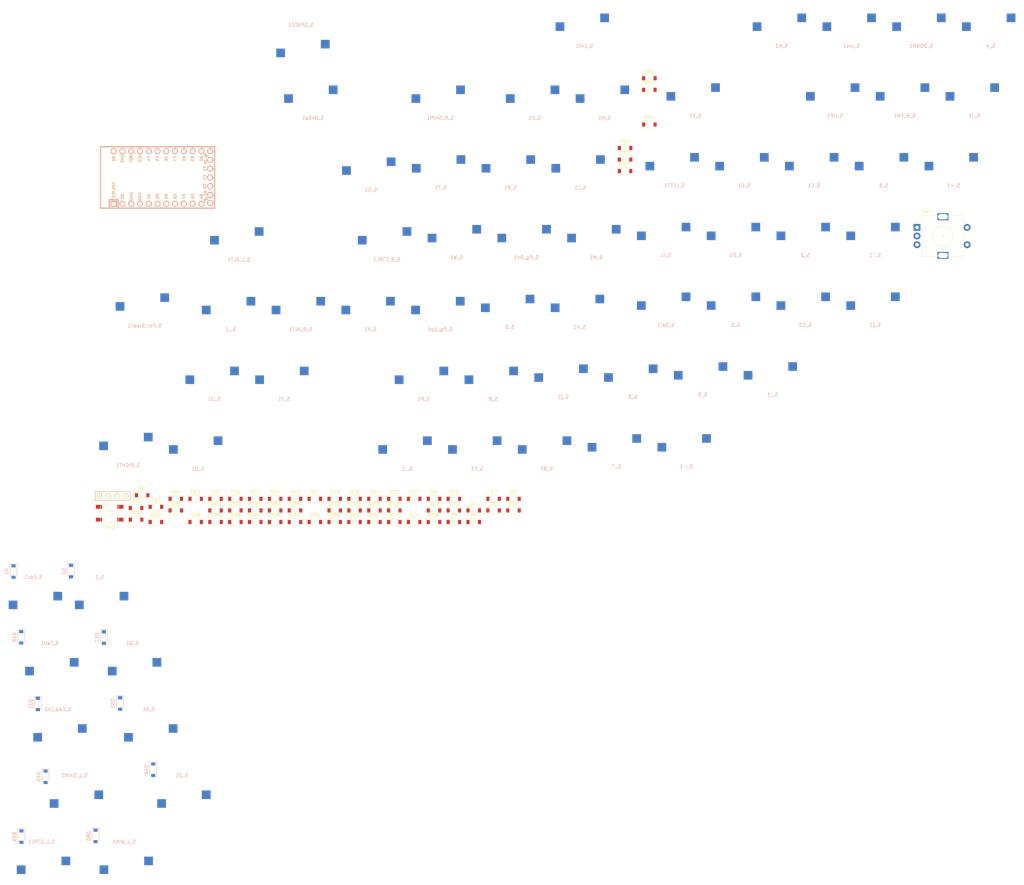
<source format=kicad_pcb>
(kicad_pcb (version 20171130) (host pcbnew "(5.1.4)-1")
  (layers (0 F.Cu signal) (31 B.Cu signal) (34 B.Paste user) (35 F.Paste user) (36 B.SilkS user) (37 F.SilkS user) (38 B.Mask user) (39 F.Mask user) (44 Edge.Cuts user))
  (net 0 "")
  (net 1 "Net-(D1-Pad2)")
  (net 2 ROW0)
  (net 3 "Net-(D2-Pad2)")
  (net 4 "Net-(D3-Pad2)")
  (net 5 "Net-(D4-Pad2)")
  (net 6 "Net-(D5-Pad2)")
  (net 7 "Net-(D6-Pad2)")
  (net 8 "Net-(D7-Pad2)")
  (net 9 "Net-(D8-Pad2)")
  (net 10 "Net-(D9-Pad2)")
  (net 11 "Net-(D10-Pad2)")
  (net 12 "Net-(D11-Pad2)")
  (net 13 "Net-(D12-Pad2)")
  (net 14 "Net-(D13-Pad2)")
  (net 15 "Net-(D14-Pad2)")
  (net 16 "Net-(D15-Pad2)")
  (net 17 "Net-(D16-Pad2)")
  (net 18 ROW1)
  (net 19 "Net-(D17-Pad2)")
  (net 20 "Net-(D18-Pad2)")
  (net 21 "Net-(D19-Pad2)")
  (net 22 "Net-(D20-Pad2)")
  (net 23 "Net-(D21-Pad2)")
  (net 24 "Net-(D22-Pad2)")
  (net 25 "Net-(D23-Pad2)")
  (net 26 "Net-(D24-Pad2)")
  (net 27 "Net-(D25-Pad2)")
  (net 28 "Net-(D26-Pad2)")
  (net 29 "Net-(D27-Pad2)")
  (net 30 "Net-(D28-Pad2)")
  (net 31 "Net-(D29-Pad2)")
  (net 32 "Net-(D30-Pad2)")
  (net 33 "Net-(D31-Pad2)")
  (net 34 ROW2)
  (net 35 "Net-(D32-Pad2)")
  (net 36 "Net-(D33-Pad2)")
  (net 37 "Net-(D34-Pad2)")
  (net 38 "Net-(D35-Pad2)")
  (net 39 "Net-(D36-Pad2)")
  (net 40 "Net-(D37-Pad2)")
  (net 41 "Net-(D38-Pad2)")
  (net 42 "Net-(D39-Pad2)")
  (net 43 "Net-(D40-Pad2)")
  (net 44 "Net-(D41-Pad2)")
  (net 45 "Net-(D42-Pad2)")
  (net 46 "Net-(D43-Pad2)")
  (net 47 "Net-(D44-Pad2)")
  (net 48 "Net-(D45-Pad2)")
  (net 49 ROW3)
  (net 50 "Net-(D46-Pad2)")
  (net 51 "Net-(D47-Pad2)")
  (net 52 "Net-(D48-Pad2)")
  (net 53 "Net-(D49-Pad2)")
  (net 54 "Net-(D50-Pad2)")
  (net 55 "Net-(D51-Pad2)")
  (net 56 "Net-(D52-Pad2)")
  (net 57 "Net-(D53-Pad2)")
  (net 58 "Net-(D54-Pad2)")
  (net 59 "Net-(D55-Pad2)")
  (net 60 "Net-(D56-Pad2)")
  (net 61 "Net-(D57-Pad2)")
  (net 62 "Net-(D58-Pad2)")
  (net 63 "Net-(D59-Pad2)")
  (net 64 ROW4)
  (net 65 "Net-(D60-Pad2)")
  (net 66 "Net-(D61-Pad2)")
  (net 67 "Net-(D62-Pad2)")
  (net 68 "Net-(D63-Pad2)")
  (net 69 "Net-(D64-Pad2)")
  (net 70 "Net-(D65-Pad2)")
  (net 71 "Net-(D66-Pad2)")
  (net 72 "Net-(D67-Pad2)")
  (net 73 "Net-(D68-Pad2)")
  (net 74 SDA)
  (net 75 SCL)
  (net 76 VCC)
  (net 77 GND)
  (net 78 COL9)
  (net 79 COL10)
  (net 80 COL8)
  (net 81 COL1)
  (net 82 COL2)
  (net 83 COL3)
  (net 84 COL4)
  (net 85 COL5)
  (net 86 COL6)
  (net 87 COL7)
  (net 88 COL11)
  (net 89 COL12)
  (net 90 COL13)
  (net 91 COL0)
  (net 92 COL14)
  (net 93 EN2)
  (net 94 EN1)
  (net 95 RST)
  (net 96 "Net-(U1-Pad25)")
  (net 97 "Net-(U1-Pad26)")
  (net 98 "Net-(U1-Pad27)")
  (net 99 "Net-(U1-Pad28)")
  (net 100 "Net-(U1-Pad29)")
  (net 101 "Net-(U1-Pad24)")
  (net 102 "Net-(U1-Pad12)")
  (net 103 "Net-(U1-Pad20)")
  (net 104 "Net-(U1-Pad19)")
  (net 105 "Net-(U1-Pad18)")
  (net 106 "Net-(U1-Pad17)")
  (net 107 "Net-(U1-Pad16)")
  (net 108 "Net-(U1-Pad15)")
  (net 109 "Net-(U1-Pad14)")
  (net 110 "Net-(U1-Pad13)")
  (net 111 "Net-(U1-Pad11)")
  (net 112 "Net-(U1-Pad10)")
  (net 113 "Net-(U1-Pad9)")
  (net 114 "Net-(U1-Pad8)")
  (net 115 "Net-(U1-Pad7)")
  (net 116 "Net-(U1-Pad2)")
  (net 117 "Net-(U1-Pad1)")
  (module "Keyboard Footprints:Elite-C" (layer F.Cu) (at 72.236001 -20.232499)
    (fp_text reference U1 hide)
    (fp_text value Elite-C hide)
    (fp_text user D5 (at 12.4 2.54 90) (layer B.SilkS) (effects (font (size 0.8 0.8)) (justify mirror)))
    (fp_text user D5 (at 12.4 2.54 90) (layer F.SilkS) (effects (font (size 0.8 0.8))))
    (fp_text user F1 (at 12.4 -2.54 90) (layer F.SilkS) (effects (font (size 0.8 0.8))))
    (fp_text user F1 (at 12.4 -2.54 90) (layer B.SilkS) (effects (font (size 0.8 0.8)) (justify mirror)))
    (fp_text user C7 (at 12.4 0 90) (layer B.SilkS) (effects (font (size 0.8 0.8)) (justify mirror)))
    (fp_text user C7 (at 12.4 0 90) (layer F.SilkS) (effects (font (size 0.8 0.8))))
    (fp_text user B6 (at 12.7 -6.4 135 unlocked) (layer B.SilkS) (effects (font (size 0.7 0.7)) (justify mirror)))
    (fp_text user B6 (at 12.7 -6.4 135 unlocked) (layer F.SilkS) (effects (font (size 0.7 0.7))))
    (fp_text user F0 (at 12.6 -4.5 90) (layer F.SilkS) (effects (font (size 0.7 0.7))))
    (fp_text user F0 (at 12.6 -4.5 90) (layer B.SilkS) (effects (font (size 0.7 0.7)) (justify mirror)))
    (fp_text user B7 (at 12.6 4.5 90) (layer B.SilkS) (effects (font (size 0.7 0.7)) (justify mirror)))
    (fp_text user B7 (at 12.6 4.5 90) (layer F.SilkS) (effects (font (size 0.7 0.7))))
    (fp_text user ST (at -8.91 -5.04 90) (layer B.SilkS) (effects (font (size 0.8 0.8)) (justify mirror)))
    (fp_text user TX0/D3 (at -13.97 3.571872 90) (layer F.SilkS) (effects (font (size 0.8 0.8))))
    (fp_text user TX0/D3 (at -13.97 3.571872 90) (layer B.SilkS) (effects (font (size 0.8 0.8)) (justify mirror)))
    (fp_text user D2 (at -11.43 5.461 90) (layer F.SilkS) (effects (font (size 0.8 0.8))))
    (fp_text user D0 (at -1.27 5.461 90) (layer F.SilkS) (effects (font (size 0.8 0.8))))
    (fp_text user D1 (at -3.81 5.461 90) (layer F.SilkS) (effects (font (size 0.8 0.8))))
    (fp_text user GND (at -6.35 5.461 90) (layer F.SilkS) (effects (font (size 0.8 0.8))))
    (fp_text user GND (at -8.89 5.461 90) (layer F.SilkS) (effects (font (size 0.8 0.8))))
    (fp_text user D4 (at 1.27 5.461 90) (layer F.SilkS) (effects (font (size 0.8 0.8))))
    (fp_text user C6 (at 3.81 5.461 90) (layer F.SilkS) (effects (font (size 0.8 0.8))))
    (fp_text user D7 (at 6.35 5.461 90) (layer F.SilkS) (effects (font (size 0.8 0.8))))
    (fp_text user E6 (at 8.89 5.461 90) (layer F.SilkS) (effects (font (size 0.8 0.8))))
    (fp_text user B4 (at 11.43 5.461 90) (layer F.SilkS) (effects (font (size 0.8 0.8))))
    (fp_text user B5 (at 12.7 6.4 45) (layer F.SilkS) (effects (font (size 0.7 0.7))))
    (fp_text user B2 (at 11.43 -5.461 90) (layer B.SilkS) (effects (font (size 0.8 0.8)) (justify mirror)))
    (fp_text user B3 (at 8.89 -5.461 90) (layer F.SilkS) (effects (font (size 0.8 0.8))))
    (fp_text user B1 (at 6.35 -5.461 90) (layer F.SilkS) (effects (font (size 0.8 0.8))))
    (fp_text user F7 (at 3.81 -5.461 90) (layer B.SilkS) (effects (font (size 0.8 0.8)) (justify mirror)))
    (fp_text user F6 (at 1.27 -5.461 90) (layer B.SilkS) (effects (font (size 0.8 0.8)) (justify mirror)))
    (fp_text user F5 (at -1.27 -5.461 90) (layer B.SilkS) (effects (font (size 0.8 0.8)) (justify mirror)))
    (fp_text user F4 (at -3.81 -5.461 90) (layer F.SilkS) (effects (font (size 0.8 0.8))))
    (fp_text user VCC (at -6.35 -5.461 90) (layer F.SilkS) (effects (font (size 0.8 0.8))))
    (fp_text user ST (at -8.92 -5.73312 90) (layer F.SilkS) (effects (font (size 0.8 0.8))))
    (fp_text user GND (at -11.43 -5.461 90) (layer F.SilkS) (effects (font (size 0.8 0.8))))
    (fp_text user B0 (at -13.97 -5.461 90) (layer F.SilkS) (effects (font (size 0.8 0.8))))
    (fp_text user B0 (at -13.97 -5.461 90) (layer B.SilkS) (effects (font (size 0.8 0.8)) (justify mirror)))
    (fp_text user GND (at -11.43 -5.461 90) (layer B.SilkS) (effects (font (size 0.8 0.8)) (justify mirror)))
    (fp_text user VCC (at -6.35 -5.461 90) (layer B.SilkS) (effects (font (size 0.8 0.8)) (justify mirror)))
    (fp_text user F4 (at -3.81 -5.461 90) (layer B.SilkS) (effects (font (size 0.8 0.8)) (justify mirror)))
    (fp_text user F5 (at -1.27 -5.461 90) (layer F.SilkS) (effects (font (size 0.8 0.8))))
    (fp_text user F6 (at 1.27 -5.461 90) (layer F.SilkS) (effects (font (size 0.8 0.8))))
    (fp_text user F7 (at 3.81 -5.461 90) (layer F.SilkS) (effects (font (size 0.8 0.8))))
    (fp_text user B1 (at 6.35 -5.461 90) (layer B.SilkS) (effects (font (size 0.8 0.8)) (justify mirror)))
    (fp_text user B3 (at 8.89 -5.461 90) (layer B.SilkS) (effects (font (size 0.8 0.8)) (justify mirror)))
    (fp_text user B2 (at 11.43 -5.461 90) (layer F.SilkS) (effects (font (size 0.8 0.8))))
    (fp_text user B5 (at 12.7 6.4 45) (layer B.SilkS) (effects (font (size 0.7 0.7)) (justify mirror)))
    (fp_text user B4 (at 11.43 5.461 90) (layer B.SilkS) (effects (font (size 0.8 0.8)) (justify mirror)))
    (fp_text user E6 (at 8.89 5.461 90) (layer B.SilkS) (effects (font (size 0.8 0.8)) (justify mirror)))
    (fp_text user D7 (at 6.35 5.461 90) (layer B.SilkS) (effects (font (size 0.8 0.8)) (justify mirror)))
    (fp_text user C6 (at 3.81 5.461 90) (layer B.SilkS) (effects (font (size 0.8 0.8)) (justify mirror)))
    (fp_text user D4 (at 1.27 5.461 90) (layer B.SilkS) (effects (font (size 0.8 0.8)) (justify mirror)))
    (fp_text user GND (at -8.89 5.461 90) (layer B.SilkS) (effects (font (size 0.8 0.8)) (justify mirror)))
    (fp_text user GND (at -6.35 5.461 90) (layer B.SilkS) (effects (font (size 0.8 0.8)) (justify mirror)))
    (fp_text user D1 (at -3.81 5.461 90) (layer B.SilkS) (effects (font (size 0.8 0.8)) (justify mirror)))
    (fp_text user D0 (at -1.27 5.461 90) (layer B.SilkS) (effects (font (size 0.8 0.8)) (justify mirror)))
    (fp_text user D2 (at -11.43 5.461 90) (layer B.SilkS) (effects (font (size 0.8 0.8)) (justify mirror)))
    (pad 25 thru_hole circle (at 13.97 5.08) (size 1.7526 1.7526) (drill 1.0922) (layers *.Cu *.SilkS *.Mask) (net 96 "Net-(U1-Pad25)"))
    (pad 26 thru_hole circle (at 13.97 2.54) (size 1.7526 1.7526) (drill 1.0922) (layers *.Cu *.SilkS *.Mask) (net 97 "Net-(U1-Pad26)"))
    (pad 27 thru_hole circle (at 13.97 0) (size 1.7526 1.7526) (drill 1.0922) (layers *.Cu *.SilkS *.Mask) (net 98 "Net-(U1-Pad27)"))
    (pad 28 thru_hole circle (at 13.97 -2.54) (size 1.7526 1.7526) (drill 1.0922) (layers *.Cu *.SilkS *.Mask) (net 99 "Net-(U1-Pad28)"))
    (pad 29 thru_hole circle (at 13.97 -5.08) (size 1.7526 1.7526) (drill 1.0922) (layers *.Cu *.SilkS *.Mask) (net 100 "Net-(U1-Pad29)"))
    (pad 24 thru_hole circle (at -13.97 -7.62) (size 1.7526 1.7526) (drill 1.0922) (layers *.Cu *.SilkS *.Mask) (net 101 "Net-(U1-Pad24)"))
    (pad 12 thru_hole circle (at 13.97 7.3914) (size 1.7526 1.7526) (drill 1.0922) (layers *.Cu *.SilkS *.Mask) (net 102 "Net-(U1-Pad12)"))
    (pad 23 thru_hole circle (at -11.43 -7.62) (size 1.7526 1.7526) (drill 1.0922) (layers *.Cu *.SilkS *.Mask) (net 77 GND))
    (pad 22 thru_hole circle (at -8.89 -7.62) (size 1.7526 1.7526) (drill 1.0922) (layers *.Cu *.SilkS *.Mask) (net 95 RST))
    (pad 21 thru_hole circle (at -6.35 -7.62) (size 1.7526 1.7526) (drill 1.0922) (layers *.Cu *.SilkS *.Mask) (net 76 VCC))
    (pad 20 thru_hole circle (at -3.81 -7.62) (size 1.7526 1.7526) (drill 1.0922) (layers *.Cu *.SilkS *.Mask) (net 103 "Net-(U1-Pad20)"))
    (pad 19 thru_hole circle (at -1.27 -7.62) (size 1.7526 1.7526) (drill 1.0922) (layers *.Cu *.SilkS *.Mask) (net 104 "Net-(U1-Pad19)"))
    (pad 18 thru_hole circle (at 1.27 -7.62) (size 1.7526 1.7526) (drill 1.0922) (layers *.Cu *.SilkS *.Mask) (net 105 "Net-(U1-Pad18)"))
    (pad 17 thru_hole circle (at 3.81 -7.62) (size 1.7526 1.7526) (drill 1.0922) (layers *.Cu *.SilkS *.Mask) (net 106 "Net-(U1-Pad17)"))
    (pad 16 thru_hole circle (at 6.35 -7.62) (size 1.7526 1.7526) (drill 1.0922) (layers *.Cu *.SilkS *.Mask) (net 107 "Net-(U1-Pad16)"))
    (pad 15 thru_hole circle (at 8.89 -7.62) (size 1.7526 1.7526) (drill 1.0922) (layers *.Cu *.SilkS *.Mask) (net 108 "Net-(U1-Pad15)"))
    (pad 14 thru_hole circle (at 11.43 -7.62) (size 1.7526 1.7526) (drill 1.0922) (layers *.Cu *.SilkS *.Mask) (net 109 "Net-(U1-Pad14)"))
    (pad 13 thru_hole circle (at 13.97 -7.62) (size 1.7526 1.7526) (drill 1.0922) (layers *.Cu *.SilkS *.Mask) (net 110 "Net-(U1-Pad13)"))
    (pad 11 thru_hole circle (at 11.43 7.62) (size 1.7526 1.7526) (drill 1.0922) (layers *.Cu *.SilkS *.Mask) (net 111 "Net-(U1-Pad11)"))
    (pad 10 thru_hole circle (at 8.89 7.62) (size 1.7526 1.7526) (drill 1.0922) (layers *.Cu *.SilkS *.Mask) (net 112 "Net-(U1-Pad10)"))
    (pad 9 thru_hole circle (at 6.35 7.62) (size 1.7526 1.7526) (drill 1.0922) (layers *.Cu *.SilkS *.Mask) (net 113 "Net-(U1-Pad9)"))
    (pad 8 thru_hole circle (at 3.81 7.62) (size 1.7526 1.7526) (drill 1.0922) (layers *.Cu *.SilkS *.Mask) (net 114 "Net-(U1-Pad8)"))
    (pad 7 thru_hole circle (at 1.27 7.62) (size 1.7526 1.7526) (drill 1.0922) (layers *.Cu *.SilkS *.Mask) (net 115 "Net-(U1-Pad7)"))
    (pad 6 thru_hole circle (at -1.27 7.62) (size 1.7526 1.7526) (drill 1.0922) (layers *.Cu *.SilkS *.Mask) (net 75 SCL))
    (pad 5 thru_hole circle (at -3.81 7.62) (size 1.7526 1.7526) (drill 1.0922) (layers *.Cu *.SilkS *.Mask) (net 74 SDA))
    (pad 4 thru_hole circle (at -6.35 7.62) (size 1.7526 1.7526) (drill 1.0922) (layers *.Cu *.SilkS *.Mask) (net 77 GND))
    (pad 3 thru_hole circle (at -8.89 7.62) (size 1.7526 1.7526) (drill 1.0922) (layers *.Cu *.SilkS *.Mask) (net 77 GND))
    (pad 2 thru_hole circle (at -11.43 7.62) (size 1.7526 1.7526) (drill 1.0922) (layers *.Cu *.SilkS *.Mask) (net 116 "Net-(U1-Pad2)"))
    (pad 1 thru_hole rect (at -13.97 7.62) (size 1.7526 1.7526) (drill 1.0922) (layers *.Cu *.SilkS *.Mask) (net 117 "Net-(U1-Pad1)"))
  )
  (module random-keyboard-parts:SKQG-1155865 (layer F.Cu) (at 57.107001 77.012001)
    (fp_text reference SW2 (at 0 4.064) (layer F.SilkS))
    (fp_text value SW_PUSH)
    (pad 4 smd rect (at -3.1 1.85) (size 1.8 1.1) (layers F.Cu F.Paste F.Mask))
    (pad 3 smd rect (at 3.1 -1.85) (size 1.8 1.1) (layers F.Cu F.Paste F.Mask))
    (pad 2 smd rect (at -3.1 -1.85) (size 1.8 1.1) (layers F.Cu F.Paste F.Mask) (net 95 RST))
    (pad 1 smd rect (at 3.1 1.85) (size 1.8 1.1) (layers F.Cu F.Paste F.Mask) (net 77 GND))
  )
  (module Rotary_Encoder:RotaryEncoder_Alps_EC11E-Switch_Vertical_H20mm (layer F.Cu) (at 290.837001 -5.767999)
    (fp_text reference SW1 (at 2.8 -4.7) (layer F.SilkS))
    (fp_text value Rotary_Encoder)
    (pad A thru_hole rect (at 0 0) (size 2 2) (drill 1) (layers *.Cu *.Mask) (net 93 EN2))
    (pad C thru_hole circle (at 0 2.5) (size 2 2) (drill 1) (layers *.Cu *.Mask) (net 77 GND))
    (pad B thru_hole circle (at 0 5) (size 2 2) (drill 1) (layers *.Cu *.Mask) (net 94 EN1))
    (pad MP thru_hole rect (at 7.5 -3.1) (size 3.2 2) (drill oval 2.8 1.5) (layers *.Cu *.Mask))
    (pad MP thru_hole rect (at 7.5 8.1) (size 3.2 2) (drill oval 2.8 1.5) (layers *.Cu *.Mask))
    (pad S2 thru_hole circle (at 14.5 0) (size 2 2) (drill 1) (layers *.Cu *.Mask))
    (pad S1 thru_hole circle (at 14.5 5) (size 2 2) (drill 1) (layers *.Cu *.Mask))
  )
  (module MX_Only:MXOnly-1U-Hotswap (layer F.Cu) (at 77.978 156.0195 180)
    (fp_text reference S_Z1)
    (fp_text value MX-NoLED)
    (fp_text user %R (at 0 3.048) (layer B.SilkS) (effects (justify mirror)))
    (pad 2 smd rect (at 5.842 -5.08 180) (size 2.55 2.5) (layers B.Cu B.Paste B.Mask) (net 50 "Net-(D46-Pad2)"))
    (pad 1 smd rect (at -7.085 -2.54 180) (size 2.55 2.5) (layers B.Cu B.Paste B.Mask) (net 81 COL1))
    (pad "" np_thru_hole circle (at 5.08 0 228.0996) (size 1.75 1.75) (drill 1.75) (layers *.Cu *.Mask))
    (pad "" np_thru_hole circle (at -5.08 0 228.0996) (size 1.75 1.75) (drill 1.75) (layers *.Cu *.Mask))
    (pad "" np_thru_hole circle (at -3.81 -2.54 180) (size 3 3) (drill 3) (layers *.Cu *.Mask))
    (pad "" np_thru_hole circle (at 0 0 180) (size 3.9878 3.9878) (drill 3.9878) (layers *.Cu *.Mask))
    (pad "" np_thru_hole circle (at 2.54 -5.08 180) (size 3 3) (drill 3) (layers *.Cu *.Mask))
  )
  (module MX_Only:MXOnly-1U-Hotswap (layer F.Cu) (at 107.592001 40.887001)
    (fp_text reference S_Y1)
    (fp_text value MX-NoLED)
    (fp_text user %R (at 0 3.048) (layer B.SilkS) (effects (justify mirror)))
    (pad 2 smd rect (at 5.842 -5.08) (size 2.55 2.5) (layers B.Cu B.Paste B.Mask) (net 24 "Net-(D22-Pad2)"))
    (pad 1 smd rect (at -7.085 -2.54) (size 2.55 2.5) (layers B.Cu B.Paste B.Mask) (net 86 COL6))
    (pad "" np_thru_hole circle (at 5.08 0 48.0996) (size 1.75 1.75) (drill 1.75) (layers *.Cu *.Mask))
    (pad "" np_thru_hole circle (at -5.08 0 48.0996) (size 1.75 1.75) (drill 1.75) (layers *.Cu *.Mask))
    (pad "" np_thru_hole circle (at -3.81 -2.54) (size 3 3) (drill 3) (layers *.Cu *.Mask))
    (pad "" np_thru_hole circle (at 0 0) (size 3.9878 3.9878) (drill 3.9878) (layers *.Cu *.Mask))
    (pad "" np_thru_hole circle (at 2.54 -5.08) (size 3 3) (drill 3) (layers *.Cu *.Mask))
  )
  (module MX_Only:MXOnly-1U-Hotswap (layer F.Cu) (at 132.552001 20.687001)
    (fp_text reference S_X1)
    (fp_text value MX-NoLED)
    (fp_text user %R (at 0 3.048) (layer B.SilkS) (effects (justify mirror)))
    (pad 2 smd rect (at 5.842 -5.08) (size 2.55 2.5) (layers B.Cu B.Paste B.Mask) (net 51 "Net-(D47-Pad2)"))
    (pad 1 smd rect (at -7.085 -2.54) (size 2.55 2.5) (layers B.Cu B.Paste B.Mask) (net 82 COL2))
    (pad "" np_thru_hole circle (at 5.08 0 48.0996) (size 1.75 1.75) (drill 1.75) (layers *.Cu *.Mask))
    (pad "" np_thru_hole circle (at -5.08 0 48.0996) (size 1.75 1.75) (drill 1.75) (layers *.Cu *.Mask))
    (pad "" np_thru_hole circle (at -3.81 -2.54) (size 3 3) (drill 3) (layers *.Cu *.Mask))
    (pad "" np_thru_hole circle (at 0 0) (size 3.9878 3.9878) (drill 3.9878) (layers *.Cu *.Mask))
    (pad "" np_thru_hole circle (at 2.54 -5.08) (size 3 3) (drill 3) (layers *.Cu *.Mask))
  )
  (module MX_Only:MXOnly-1U-Hotswap (layer F.Cu) (at 157.512001 -0.152999)
    (fp_text reference S_W1)
    (fp_text value MX-NoLED)
    (fp_text user %R (at 0 3.048) (layer B.SilkS) (effects (justify mirror)))
    (pad 2 smd rect (at 5.842 -5.08) (size 2.55 2.5) (layers B.Cu B.Paste B.Mask) (net 20 "Net-(D18-Pad2)"))
    (pad 1 smd rect (at -7.085 -2.54) (size 2.55 2.5) (layers B.Cu B.Paste B.Mask) (net 82 COL2))
    (pad "" np_thru_hole circle (at 5.08 0 48.0996) (size 1.75 1.75) (drill 1.75) (layers *.Cu *.Mask))
    (pad "" np_thru_hole circle (at -5.08 0 48.0996) (size 1.75 1.75) (drill 1.75) (layers *.Cu *.Mask))
    (pad "" np_thru_hole circle (at -3.81 -2.54) (size 3 3) (drill 3) (layers *.Cu *.Mask))
    (pad "" np_thru_hole circle (at 0 0) (size 3.9878 3.9878) (drill 3.9878) (layers *.Cu *.Mask))
    (pad "" np_thru_hole circle (at 2.54 -5.08) (size 3 3) (drill 3) (layers *.Cu *.Mask))
  )
  (module MX_Only:MXOnly-1U-Hotswap (layer F.Cu) (at 226.652001 -41.192999)
    (fp_text reference S_V1)
    (fp_text value MX-NoLED)
    (fp_text user %R (at 0 3.048) (layer B.SilkS) (effects (justify mirror)))
    (pad 2 smd rect (at 5.842 -5.08) (size 2.55 2.5) (layers B.Cu B.Paste B.Mask) (net 53 "Net-(D49-Pad2)"))
    (pad 1 smd rect (at -7.085 -2.54) (size 2.55 2.5) (layers B.Cu B.Paste B.Mask) (net 84 COL4))
    (pad "" np_thru_hole circle (at 5.08 0 48.0996) (size 1.75 1.75) (drill 1.75) (layers *.Cu *.Mask))
    (pad "" np_thru_hole circle (at -5.08 0 48.0996) (size 1.75 1.75) (drill 1.75) (layers *.Cu *.Mask))
    (pad "" np_thru_hole circle (at -3.81 -2.54) (size 3 3) (drill 3) (layers *.Cu *.Mask))
    (pad "" np_thru_hole circle (at 0 0) (size 3.9878 3.9878) (drill 3.9878) (layers *.Cu *.Mask))
    (pad "" np_thru_hole circle (at 2.54 -5.08) (size 3 3) (drill 3) (layers *.Cu *.Mask))
  )
  (module MX_Only:MXOnly-1U-Hotswap (layer F.Cu) (at 267.052001 -41.192999)
    (fp_text reference S_UP1)
    (fp_text value MX-NoLED)
    (fp_text user %R (at 0 3.048) (layer B.SilkS) (effects (justify mirror)))
    (pad 2 smd rect (at 5.842 -5.08) (size 2.55 2.5) (layers B.Cu B.Paste B.Mask) (net 61 "Net-(D57-Pad2)"))
    (pad 1 smd rect (at -7.085 -2.54) (size 2.55 2.5) (layers B.Cu B.Paste B.Mask) (net 89 COL12))
    (pad "" np_thru_hole circle (at 5.08 0 48.0996) (size 1.75 1.75) (drill 1.75) (layers *.Cu *.Mask))
    (pad "" np_thru_hole circle (at -5.08 0 48.0996) (size 1.75 1.75) (drill 1.75) (layers *.Cu *.Mask))
    (pad "" np_thru_hole circle (at -3.81 -2.54) (size 3 3) (drill 3) (layers *.Cu *.Mask))
    (pad "" np_thru_hole circle (at 0 0) (size 3.9878 3.9878) (drill 3.9878) (layers *.Cu *.Mask))
    (pad "" np_thru_hole circle (at 2.54 -5.08) (size 3 3) (drill 3) (layers *.Cu *.Mask))
  )
  (module MX_Only:MXOnly-1U-Hotswap (layer F.Cu) (at 87.392001 40.887001)
    (fp_text reference S_U1)
    (fp_text value MX-NoLED)
    (fp_text user %R (at 0 3.048) (layer B.SilkS) (effects (justify mirror)))
    (pad 2 smd rect (at 5.842 -5.08) (size 2.55 2.5) (layers B.Cu B.Paste B.Mask) (net 25 "Net-(D23-Pad2)"))
    (pad 1 smd rect (at -7.085 -2.54) (size 2.55 2.5) (layers B.Cu B.Paste B.Mask) (net 87 COL7))
    (pad "" np_thru_hole circle (at 5.08 0 48.0996) (size 1.75 1.75) (drill 1.75) (layers *.Cu *.Mask))
    (pad "" np_thru_hole circle (at -5.08 0 48.0996) (size 1.75 1.75) (drill 1.75) (layers *.Cu *.Mask))
    (pad "" np_thru_hole circle (at -3.81 -2.54) (size 3 3) (drill 3) (layers *.Cu *.Mask))
    (pad "" np_thru_hole circle (at 0 0) (size 3.9878 3.9878) (drill 3.9878) (layers *.Cu *.Mask))
    (pad "" np_thru_hole circle (at 2.54 -5.08) (size 3 3) (drill 3) (layers *.Cu *.Mask))
  )
  (module MX_Only:MXOnly-1.5U-Hotswap (layer F.Cu) (at 39.751 117.6655 180)
    (fp_text reference S_Tab1)
    (fp_text value MX-NoLED)
    (fp_text user %R (at 0 3.048) (layer B.SilkS) (effects (justify mirror)))
    (pad 2 smd rect (at 5.842 -5.08 180) (size 2.55 2.5) (layers B.Cu B.Paste B.Mask) (net 17 "Net-(D16-Pad2)"))
    (pad 1 smd rect (at -7.085 -2.54 180) (size 2.55 2.5) (layers B.Cu B.Paste B.Mask) (net 91 COL0))
    (pad "" np_thru_hole circle (at 5.08 0 228.0996) (size 1.75 1.75) (drill 1.75) (layers *.Cu *.Mask))
    (pad "" np_thru_hole circle (at -5.08 0 228.0996) (size 1.75 1.75) (drill 1.75) (layers *.Cu *.Mask))
    (pad "" np_thru_hole circle (at -3.81 -2.54 180) (size 3 3) (drill 3) (layers *.Cu *.Mask))
    (pad "" np_thru_hole circle (at 0 0 180) (size 3.9878 3.9878) (drill 3.9878) (layers *.Cu *.Mask))
    (pad "" np_thru_hole circle (at 2.54 -5.08 180) (size 3 3) (drill 3) (layers *.Cu *.Mask))
  )
  (module MX_Only:MXOnly-1U-Hotswap (layer F.Cu) (at 152.942001 -20.352999)
    (fp_text reference S_T1)
    (fp_text value MX-NoLED)
    (fp_text user %R (at 0 3.048) (layer B.SilkS) (effects (justify mirror)))
    (pad 2 smd rect (at 5.842 -5.08) (size 2.55 2.5) (layers B.Cu B.Paste B.Mask) (net 23 "Net-(D21-Pad2)"))
    (pad 1 smd rect (at -7.085 -2.54) (size 2.55 2.5) (layers B.Cu B.Paste B.Mask) (net 85 COL5))
    (pad "" np_thru_hole circle (at 5.08 0 48.0996) (size 1.75 1.75) (drill 1.75) (layers *.Cu *.Mask))
    (pad "" np_thru_hole circle (at -5.08 0 48.0996) (size 1.75 1.75) (drill 1.75) (layers *.Cu *.Mask))
    (pad "" np_thru_hole circle (at -3.81 -2.54) (size 3 3) (drill 3) (layers *.Cu *.Mask))
    (pad "" np_thru_hole circle (at 0 0) (size 3.9878 3.9878) (drill 3.9878) (layers *.Cu *.Mask))
    (pad "" np_thru_hole circle (at 2.54 -5.08) (size 3 3) (drill 3) (layers *.Cu *.Mask))
  )
  (module MX_Only:MXOnly-6.25U-Hotswap (layer F.Cu) (at 112.438251 -61.392999 180)
    (fp_text reference S_SPACE1)
    (fp_text value MX-NoLED)
    (fp_text user %R (at 0 3.048) (layer B.SilkS) (effects (justify mirror)))
    (pad "" np_thru_hole circle (at -49.9999 8.255 180) (size 3.9878 3.9878) (drill 3.9878) (layers *.Cu *.Mask))
    (pad "" np_thru_hole circle (at 49.9999 8.255 180) (size 3.9878 3.9878) (drill 3.9878) (layers *.Cu *.Mask))
    (pad "" np_thru_hole circle (at -49.9999 -6.985 180) (size 3.048 3.048) (drill 3.048) (layers *.Cu *.Mask))
    (pad "" np_thru_hole circle (at 49.9999 -6.985 180) (size 3.048 3.048) (drill 3.048) (layers *.Cu *.Mask))
    (pad 2 smd rect (at 5.842 -5.08 180) (size 2.55 2.5) (layers B.Cu B.Paste B.Mask) (net 67 "Net-(D62-Pad2)"))
    (pad 1 smd rect (at -7.085 -2.54 180) (size 2.55 2.5) (layers B.Cu B.Paste B.Mask) (net 86 COL6))
    (pad "" np_thru_hole circle (at 5.08 0 228.0996) (size 1.75 1.75) (drill 1.75) (layers *.Cu *.Mask))
    (pad "" np_thru_hole circle (at -5.08 0 228.0996) (size 1.75 1.75) (drill 1.75) (layers *.Cu *.Mask))
    (pad "" np_thru_hole circle (at -3.81 -2.54 180) (size 3 3) (drill 3) (layers *.Cu *.Mask))
    (pad "" np_thru_hole circle (at 0 0 180) (size 3.9878 3.9878) (drill 3.9878) (layers *.Cu *.Mask))
    (pad "" np_thru_hole circle (at 2.54 -5.08 180) (size 3 3) (drill 3) (layers *.Cu *.Mask))
  )
  (module MX_Only:MXOnly-1U-Hotswap (layer F.Cu) (at 132.742001 -19.712999)
    (fp_text reference S_S1)
    (fp_text value MX-NoLED)
    (fp_text user %R (at 0 3.048) (layer B.SilkS) (effects (justify mirror)))
    (pad 2 smd rect (at 5.842 -5.08) (size 2.55 2.5) (layers B.Cu B.Paste B.Mask) (net 36 "Net-(D33-Pad2)"))
    (pad 1 smd rect (at -7.085 -2.54) (size 2.55 2.5) (layers B.Cu B.Paste B.Mask) (net 82 COL2))
    (pad "" np_thru_hole circle (at 5.08 0 48.0996) (size 1.75 1.75) (drill 1.75) (layers *.Cu *.Mask))
    (pad "" np_thru_hole circle (at -5.08 0 48.0996) (size 1.75 1.75) (drill 1.75) (layers *.Cu *.Mask))
    (pad "" np_thru_hole circle (at -3.81 -2.54) (size 3 3) (drill 3) (layers *.Cu *.Mask))
    (pad "" np_thru_hole circle (at 0 0) (size 3.9878 3.9878) (drill 3.9878) (layers *.Cu *.Mask))
    (pad "" np_thru_hole circle (at 2.54 -5.08) (size 3 3) (drill 3) (layers *.Cu *.Mask))
  )
  (module MX_Only:MXOnly-1U-Hotswap (layer F.Cu) (at 62.432001 60.047001)
    (fp_text reference S_RIGHT1)
    (fp_text value MX-NoLED)
    (fp_text user %R (at 0 3.048) (layer B.SilkS) (effects (justify mirror)))
    (pad 2 smd rect (at 5.842 -5.08) (size 2.55 2.5) (layers B.Cu B.Paste B.Mask) (net 73 "Net-(D68-Pad2)"))
    (pad 1 smd rect (at -7.085 -2.54) (size 2.55 2.5) (layers B.Cu B.Paste B.Mask) (net 90 COL13))
    (pad "" np_thru_hole circle (at 5.08 0 48.0996) (size 1.75 1.75) (drill 1.75) (layers *.Cu *.Mask))
    (pad "" np_thru_hole circle (at -5.08 0 48.0996) (size 1.75 1.75) (drill 1.75) (layers *.Cu *.Mask))
    (pad "" np_thru_hole circle (at -3.81 -2.54) (size 3 3) (drill 3) (layers *.Cu *.Mask))
    (pad "" np_thru_hole circle (at 0 0) (size 3.9878 3.9878) (drill 3.9878) (layers *.Cu *.Mask))
    (pad "" np_thru_hole circle (at 2.54 -5.08) (size 3 3) (drill 3) (layers *.Cu *.Mask))
  )
  (module MX_Only:MXOnly-1.75U-Hotswap (layer F.Cu) (at 152.835751 -40.552999)
    (fp_text reference S_R_Shift1)
    (fp_text value MX-NoLED)
    (fp_text user %R (at 0 3.048) (layer B.SilkS) (effects (justify mirror)))
    (pad 2 smd rect (at 5.842 -5.08) (size 2.55 2.5) (layers B.Cu B.Paste B.Mask) (net 60 "Net-(D56-Pad2)"))
    (pad 1 smd rect (at -7.085 -2.54) (size 2.55 2.5) (layers B.Cu B.Paste B.Mask) (net 88 COL11))
    (pad "" np_thru_hole circle (at 5.08 0 48.0996) (size 1.75 1.75) (drill 1.75) (layers *.Cu *.Mask))
    (pad "" np_thru_hole circle (at -5.08 0 48.0996) (size 1.75 1.75) (drill 1.75) (layers *.Cu *.Mask))
    (pad "" np_thru_hole circle (at -3.81 -2.54) (size 3 3) (drill 3) (layers *.Cu *.Mask))
    (pad "" np_thru_hole circle (at 0 0) (size 3.9878 3.9878) (drill 3.9878) (layers *.Cu *.Mask))
    (pad "" np_thru_hole circle (at 2.54 -5.08) (size 3 3) (drill 3) (layers *.Cu *.Mask))
  )
  (module MX_Only:MXOnly-1U-Hotswap (layer F.Cu) (at 287.252001 -41.192999)
    (fp_text reference S_R_FN1)
    (fp_text value MX-NoLED)
    (fp_text user %R (at 0 3.048) (layer B.SilkS) (effects (justify mirror)))
    (pad 2 smd rect (at 5.842 -5.08) (size 2.55 2.5) (layers B.Cu B.Paste B.Mask) (net 69 "Net-(D64-Pad2)"))
    (pad 1 smd rect (at -7.085 -2.54) (size 2.55 2.5) (layers B.Cu B.Paste B.Mask) (net 78 COL9))
    (pad "" np_thru_hole circle (at 5.08 0 48.0996) (size 1.75 1.75) (drill 1.75) (layers *.Cu *.Mask))
    (pad "" np_thru_hole circle (at -5.08 0 48.0996) (size 1.75 1.75) (drill 1.75) (layers *.Cu *.Mask))
    (pad "" np_thru_hole circle (at -3.81 -2.54) (size 3 3) (drill 3) (layers *.Cu *.Mask))
    (pad "" np_thru_hole circle (at 0 0) (size 3.9878 3.9878) (drill 3.9878) (layers *.Cu *.Mask))
    (pad "" np_thru_hole circle (at 2.54 -5.08) (size 3 3) (drill 3) (layers *.Cu *.Mask))
  )
  (module MX_Only:MXOnly-1U-Hotswap (layer F.Cu) (at 137.312001 0.487001)
    (fp_text reference S_R_CTRL1)
    (fp_text value MX-NoLED)
    (fp_text user %R (at 0 3.048) (layer B.SilkS) (effects (justify mirror)))
    (pad 2 smd rect (at 5.842 -5.08) (size 2.55 2.5) (layers B.Cu B.Paste B.Mask) (net 70 "Net-(D65-Pad2)"))
    (pad 1 smd rect (at -7.085 -2.54) (size 2.55 2.5) (layers B.Cu B.Paste B.Mask) (net 79 COL10))
    (pad "" np_thru_hole circle (at 5.08 0 48.0996) (size 1.75 1.75) (drill 1.75) (layers *.Cu *.Mask))
    (pad "" np_thru_hole circle (at -5.08 0 48.0996) (size 1.75 1.75) (drill 1.75) (layers *.Cu *.Mask))
    (pad "" np_thru_hole circle (at -3.81 -2.54) (size 3 3) (drill 3) (layers *.Cu *.Mask))
    (pad "" np_thru_hole circle (at 0 0) (size 3.9878 3.9878) (drill 3.9878) (layers *.Cu *.Mask))
    (pad "" np_thru_hole circle (at 2.54 -5.08) (size 3 3) (drill 3) (layers *.Cu *.Mask))
  )
  (module MX_Only:MXOnly-1U-Hotswap (layer F.Cu) (at 112.352001 20.687001)
    (fp_text reference S_R_ALT1)
    (fp_text value MX-NoLED)
    (fp_text user %R (at 0 3.048) (layer B.SilkS) (effects (justify mirror)))
    (pad 2 smd rect (at 5.842 -5.08) (size 2.55 2.5) (layers B.Cu B.Paste B.Mask) (net 68 "Net-(D63-Pad2)"))
    (pad 1 smd rect (at -7.085 -2.54) (size 2.55 2.5) (layers B.Cu B.Paste B.Mask) (net 80 COL8))
    (pad "" np_thru_hole circle (at 5.08 0 48.0996) (size 1.75 1.75) (drill 1.75) (layers *.Cu *.Mask))
    (pad "" np_thru_hole circle (at -5.08 0 48.0996) (size 1.75 1.75) (drill 1.75) (layers *.Cu *.Mask))
    (pad "" np_thru_hole circle (at -3.81 -2.54) (size 3 3) (drill 3) (layers *.Cu *.Mask))
    (pad "" np_thru_hole circle (at 0 0) (size 3.9878 3.9878) (drill 3.9878) (layers *.Cu *.Mask))
    (pad "" np_thru_hole circle (at 2.54 -5.08) (size 3 3) (drill 3) (layers *.Cu *.Mask))
  )
  (module MX_Only:MXOnly-1U-Hotswap (layer F.Cu) (at 173.142001 -20.352999)
    (fp_text reference S_R1)
    (fp_text value MX-NoLED)
    (fp_text user %R (at 0 3.048) (layer B.SilkS) (effects (justify mirror)))
    (pad 2 smd rect (at 5.842 -5.08) (size 2.55 2.5) (layers B.Cu B.Paste B.Mask) (net 22 "Net-(D20-Pad2)"))
    (pad 1 smd rect (at -7.085 -2.54) (size 2.55 2.5) (layers B.Cu B.Paste B.Mask) (net 84 COL4))
    (pad "" np_thru_hole circle (at 5.08 0 48.0996) (size 1.75 1.75) (drill 1.75) (layers *.Cu *.Mask))
    (pad "" np_thru_hole circle (at -5.08 0 48.0996) (size 1.75 1.75) (drill 1.75) (layers *.Cu *.Mask))
    (pad "" np_thru_hole circle (at -3.81 -2.54) (size 3 3) (drill 3) (layers *.Cu *.Mask))
    (pad "" np_thru_hole circle (at 0 0) (size 3.9878 3.9878) (drill 3.9878) (layers *.Cu *.Mask))
    (pad "" np_thru_hole circle (at 2.54 -5.08) (size 3 3) (drill 3) (layers *.Cu *.Mask))
  )
  (module MX_Only:MXOnly-1U-Hotswap (layer F.Cu) (at 63.6905 117.6655 180)
    (fp_text reference S_Q1)
    (fp_text value MX-NoLED)
    (fp_text user %R (at 0 3.048) (layer B.SilkS) (effects (justify mirror)))
    (pad 2 smd rect (at 5.842 -5.08 180) (size 2.55 2.5) (layers B.Cu B.Paste B.Mask) (net 19 "Net-(D17-Pad2)"))
    (pad 1 smd rect (at -7.085 -2.54 180) (size 2.55 2.5) (layers B.Cu B.Paste B.Mask) (net 81 COL1))
    (pad "" np_thru_hole circle (at 5.08 0 228.0996) (size 1.75 1.75) (drill 1.75) (layers *.Cu *.Mask))
    (pad "" np_thru_hole circle (at -5.08 0 228.0996) (size 1.75 1.75) (drill 1.75) (layers *.Cu *.Mask))
    (pad "" np_thru_hole circle (at -3.81 -2.54 180) (size 3 3) (drill 3) (layers *.Cu *.Mask))
    (pad "" np_thru_hole circle (at 0 0 180) (size 3.9878 3.9878) (drill 3.9878) (layers *.Cu *.Mask))
    (pad "" np_thru_hole circle (at 2.54 -5.08 180) (size 3 3) (drill 3) (layers *.Cu *.Mask))
  )
  (module MX_Only:MXOnly-1U-Hotswap (layer F.Cu) (at 152.752001 20.687001)
    (fp_text reference S_Pg_Up1)
    (fp_text value MX-NoLED)
    (fp_text user %R (at 0 3.048) (layer B.SilkS) (effects (justify mirror)))
    (pad 2 smd rect (at 5.842 -5.08) (size 2.55 2.5) (layers B.Cu B.Paste B.Mask) (net 47 "Net-(D44-Pad2)"))
    (pad 1 smd rect (at -7.085 -2.54) (size 2.55 2.5) (layers B.Cu B.Paste B.Mask) (net 90 COL13))
    (pad "" np_thru_hole circle (at 5.08 0 48.0996) (size 1.75 1.75) (drill 1.75) (layers *.Cu *.Mask))
    (pad "" np_thru_hole circle (at -5.08 0 48.0996) (size 1.75 1.75) (drill 1.75) (layers *.Cu *.Mask))
    (pad "" np_thru_hole circle (at -3.81 -2.54) (size 3 3) (drill 3) (layers *.Cu *.Mask))
    (pad "" np_thru_hole circle (at 0 0) (size 3.9878 3.9878) (drill 3.9878) (layers *.Cu *.Mask))
    (pad "" np_thru_hole circle (at 2.54 -5.08) (size 3 3) (drill 3) (layers *.Cu *.Mask))
  )
  (module MX_Only:MXOnly-1U-Hotswap (layer F.Cu) (at 177.712001 -0.152999)
    (fp_text reference S_Pg_Dn1)
    (fp_text value MX-NoLED)
    (fp_text user %R (at 0 3.048) (layer B.SilkS) (effects (justify mirror)))
    (pad 2 smd rect (at 5.842 -5.08) (size 2.55 2.5) (layers B.Cu B.Paste B.Mask) (net 62 "Net-(D58-Pad2)"))
    (pad 1 smd rect (at -7.085 -2.54) (size 2.55 2.5) (layers B.Cu B.Paste B.Mask) (net 90 COL13))
    (pad "" np_thru_hole circle (at 5.08 0 48.0996) (size 1.75 1.75) (drill 1.75) (layers *.Cu *.Mask))
    (pad "" np_thru_hole circle (at -5.08 0 48.0996) (size 1.75 1.75) (drill 1.75) (layers *.Cu *.Mask))
    (pad "" np_thru_hole circle (at -3.81 -2.54) (size 3 3) (drill 3) (layers *.Cu *.Mask))
    (pad "" np_thru_hole circle (at 0 0) (size 3.9878 3.9878) (drill 3.9878) (layers *.Cu *.Mask))
    (pad "" np_thru_hole circle (at 2.54 -5.08) (size 3 3) (drill 3) (layers *.Cu *.Mask))
  )
  (module MX_Only:MXOnly-1U-Hotswap (layer F.Cu) (at 147.992001 40.887001)
    (fp_text reference S_P1)
    (fp_text value MX-NoLED)
    (fp_text user %R (at 0 3.048) (layer B.SilkS) (effects (justify mirror)))
    (pad 2 smd rect (at 5.842 -5.08) (size 2.55 2.5) (layers B.Cu B.Paste B.Mask) (net 28 "Net-(D26-Pad2)"))
    (pad 1 smd rect (at -7.085 -2.54) (size 2.55 2.5) (layers B.Cu B.Paste B.Mask) (net 79 COL10))
    (pad "" np_thru_hole circle (at 5.08 0 48.0996) (size 1.75 1.75) (drill 1.75) (layers *.Cu *.Mask))
    (pad "" np_thru_hole circle (at -5.08 0 48.0996) (size 1.75 1.75) (drill 1.75) (layers *.Cu *.Mask))
    (pad "" np_thru_hole circle (at -3.81 -2.54) (size 3 3) (drill 3) (layers *.Cu *.Mask))
    (pad "" np_thru_hole circle (at 0 0) (size 3.9878 3.9878) (drill 3.9878) (layers *.Cu *.Mask))
    (pad "" np_thru_hole circle (at 2.54 -5.08) (size 3 3) (drill 3) (layers *.Cu *.Mask))
  )
  (module MX_Only:MXOnly-1U-Hotswap (layer F.Cu) (at 82.632001 61.087001)
    (fp_text reference S_O1)
    (fp_text value MX-NoLED)
    (fp_text user %R (at 0 3.048) (layer B.SilkS) (effects (justify mirror)))
    (pad 2 smd rect (at 5.842 -5.08) (size 2.55 2.5) (layers B.Cu B.Paste B.Mask) (net 27 "Net-(D25-Pad2)"))
    (pad 1 smd rect (at -7.085 -2.54) (size 2.55 2.5) (layers B.Cu B.Paste B.Mask) (net 78 COL9))
    (pad "" np_thru_hole circle (at 5.08 0 48.0996) (size 1.75 1.75) (drill 1.75) (layers *.Cu *.Mask))
    (pad "" np_thru_hole circle (at -5.08 0 48.0996) (size 1.75 1.75) (drill 1.75) (layers *.Cu *.Mask))
    (pad "" np_thru_hole circle (at -3.81 -2.54) (size 3 3) (drill 3) (layers *.Cu *.Mask))
    (pad "" np_thru_hole circle (at 0 0) (size 3.9878 3.9878) (drill 3.9878) (layers *.Cu *.Mask))
    (pad "" np_thru_hole circle (at 2.54 -5.08) (size 3 3) (drill 3) (layers *.Cu *.Mask))
  )
  (module MX_Only:MXOnly-1U-Hotswap (layer F.Cu) (at 200.372001 -40.552999)
    (fp_text reference S_N1)
    (fp_text value MX-NoLED)
    (fp_text user %R (at 0 3.048) (layer B.SilkS) (effects (justify mirror)))
    (pad 2 smd rect (at 5.842 -5.08) (size 2.55 2.5) (layers B.Cu B.Paste B.Mask) (net 55 "Net-(D51-Pad2)"))
    (pad 1 smd rect (at -7.085 -2.54) (size 2.55 2.5) (layers B.Cu B.Paste B.Mask) (net 86 COL6))
    (pad "" np_thru_hole circle (at 5.08 0 48.0996) (size 1.75 1.75) (drill 1.75) (layers *.Cu *.Mask))
    (pad "" np_thru_hole circle (at -5.08 0 48.0996) (size 1.75 1.75) (drill 1.75) (layers *.Cu *.Mask))
    (pad "" np_thru_hole circle (at -3.81 -2.54) (size 3 3) (drill 3) (layers *.Cu *.Mask))
    (pad "" np_thru_hole circle (at 0 0) (size 3.9878 3.9878) (drill 3.9878) (layers *.Cu *.Mask))
    (pad "" np_thru_hole circle (at 2.54 -5.08) (size 3 3) (drill 3) (layers *.Cu *.Mask))
  )
  (module MX_Only:MXOnly-1U-Hotswap (layer F.Cu) (at 197.912001 -0.152999)
    (fp_text reference S_M1)
    (fp_text value MX-NoLED)
    (fp_text user %R (at 0 3.048) (layer B.SilkS) (effects (justify mirror)))
    (pad 2 smd rect (at 5.842 -5.08) (size 2.55 2.5) (layers B.Cu B.Paste B.Mask) (net 56 "Net-(D52-Pad2)"))
    (pad 1 smd rect (at -7.085 -2.54) (size 2.55 2.5) (layers B.Cu B.Paste B.Mask) (net 87 COL7))
    (pad "" np_thru_hole circle (at 5.08 0 48.0996) (size 1.75 1.75) (drill 1.75) (layers *.Cu *.Mask))
    (pad "" np_thru_hole circle (at -5.08 0 48.0996) (size 1.75 1.75) (drill 1.75) (layers *.Cu *.Mask))
    (pad "" np_thru_hole circle (at -3.81 -2.54) (size 3 3) (drill 3) (layers *.Cu *.Mask))
    (pad "" np_thru_hole circle (at 0 0) (size 3.9878 3.9878) (drill 3.9878) (layers *.Cu *.Mask))
    (pad "" np_thru_hole circle (at 2.54 -5.08) (size 3 3) (drill 3) (layers *.Cu *.Mask))
  )
  (module MX_Only:MXOnly-1U-Hotswap (layer F.Cu) (at 220.572001 -20.992999)
    (fp_text reference S_LEFT1)
    (fp_text value MX-NoLED)
    (fp_text user %R (at 0 3.048) (layer B.SilkS) (effects (justify mirror)))
    (pad 2 smd rect (at 5.842 -5.08) (size 2.55 2.5) (layers B.Cu B.Paste B.Mask) (net 71 "Net-(D66-Pad2)"))
    (pad 1 smd rect (at -7.085 -2.54) (size 2.55 2.5) (layers B.Cu B.Paste B.Mask) (net 88 COL11))
    (pad "" np_thru_hole circle (at 5.08 0 48.0996) (size 1.75 1.75) (drill 1.75) (layers *.Cu *.Mask))
    (pad "" np_thru_hole circle (at -5.08 0 48.0996) (size 1.75 1.75) (drill 1.75) (layers *.Cu *.Mask))
    (pad "" np_thru_hole circle (at -3.81 -2.54) (size 3 3) (drill 3) (layers *.Cu *.Mask))
    (pad "" np_thru_hole circle (at 0 0) (size 3.9878 3.9878) (drill 3.9878) (layers *.Cu *.Mask))
    (pad "" np_thru_hole circle (at 2.54 -5.08) (size 3 3) (drill 3) (layers *.Cu *.Mask))
  )
  (module MX_Only:MXOnly-1.25U-Hotswap (layer F.Cu) (at 61.2775 175.1965 180)
    (fp_text reference S_L_WIN1)
    (fp_text value MX-NoLED)
    (fp_text user %R (at 0 3.048) (layer B.SilkS) (effects (justify mirror)))
    (pad 2 smd rect (at 5.842 -5.08 180) (size 2.55 2.5) (layers B.Cu B.Paste B.Mask) (net 65 "Net-(D60-Pad2)"))
    (pad 1 smd rect (at -7.085 -2.54 180) (size 2.55 2.5) (layers B.Cu B.Paste B.Mask) (net 81 COL1))
    (pad "" np_thru_hole circle (at 5.08 0 228.0996) (size 1.75 1.75) (drill 1.75) (layers *.Cu *.Mask))
    (pad "" np_thru_hole circle (at -5.08 0 228.0996) (size 1.75 1.75) (drill 1.75) (layers *.Cu *.Mask))
    (pad "" np_thru_hole circle (at -3.81 -2.54 180) (size 3 3) (drill 3) (layers *.Cu *.Mask))
    (pad "" np_thru_hole circle (at 0 0 180) (size 3.9878 3.9878) (drill 3.9878) (layers *.Cu *.Mask))
    (pad "" np_thru_hole circle (at 2.54 -5.08 180) (size 3 3) (drill 3) (layers *.Cu *.Mask))
  )
  (module MX_Only:MXOnly-2.25U-Hotswap (layer F.Cu) (at 46.863 156.0195 180)
    (fp_text reference S_L_Shift1)
    (fp_text value MX-NoLED)
    (fp_text user %R (at 0 3.048) (layer B.SilkS) (effects (justify mirror)))
    (pad "" np_thru_hole circle (at -11.938 8.255 180) (size 3.9878 3.9878) (drill 3.9878) (layers *.Cu *.Mask))
    (pad "" np_thru_hole circle (at 11.938 8.255 180) (size 3.9878 3.9878) (drill 3.9878) (layers *.Cu *.Mask))
    (pad "" np_thru_hole circle (at -11.938 -6.985 180) (size 3.048 3.048) (drill 3.048) (layers *.Cu *.Mask))
    (pad "" np_thru_hole circle (at 11.938 -6.985 180) (size 3.048 3.048) (drill 3.048) (layers *.Cu *.Mask))
    (pad 2 smd rect (at 5.842 -5.08 180) (size 2.55 2.5) (layers B.Cu B.Paste B.Mask) (net 48 "Net-(D45-Pad2)"))
    (pad 1 smd rect (at -7.085 -2.54 180) (size 2.55 2.5) (layers B.Cu B.Paste B.Mask) (net 91 COL0))
    (pad "" np_thru_hole circle (at 5.08 0 228.0996) (size 1.75 1.75) (drill 1.75) (layers *.Cu *.Mask))
    (pad "" np_thru_hole circle (at -5.08 0 228.0996) (size 1.75 1.75) (drill 1.75) (layers *.Cu *.Mask))
    (pad "" np_thru_hole circle (at -3.81 -2.54 180) (size 3 3) (drill 3) (layers *.Cu *.Mask))
    (pad "" np_thru_hole circle (at 0 0 180) (size 3.9878 3.9878) (drill 3.9878) (layers *.Cu *.Mask))
    (pad "" np_thru_hole circle (at 2.54 -5.08 180) (size 3 3) (drill 3) (layers *.Cu *.Mask))
  )
  (module MX_Only:MXOnly-1.25U-Hotswap (layer F.Cu) (at 37.338 175.1965 180)
    (fp_text reference S_L_CTRL1)
    (fp_text value MX-NoLED)
    (fp_text user %R (at 0 3.048) (layer B.SilkS) (effects (justify mirror)))
    (pad 2 smd rect (at 5.842 -5.08 180) (size 2.55 2.5) (layers B.Cu B.Paste B.Mask) (net 63 "Net-(D59-Pad2)"))
    (pad 1 smd rect (at -7.085 -2.54 180) (size 2.55 2.5) (layers B.Cu B.Paste B.Mask) (net 91 COL0))
    (pad "" np_thru_hole circle (at 5.08 0 228.0996) (size 1.75 1.75) (drill 1.75) (layers *.Cu *.Mask))
    (pad "" np_thru_hole circle (at -5.08 0 228.0996) (size 1.75 1.75) (drill 1.75) (layers *.Cu *.Mask))
    (pad "" np_thru_hole circle (at -3.81 -2.54 180) (size 3 3) (drill 3) (layers *.Cu *.Mask))
    (pad "" np_thru_hole circle (at 0 0 180) (size 3.9878 3.9878) (drill 3.9878) (layers *.Cu *.Mask))
    (pad "" np_thru_hole circle (at 2.54 -5.08 180) (size 3 3) (drill 3) (layers *.Cu *.Mask))
  )
  (module MX_Only:MXOnly-1.25U-Hotswap (layer F.Cu) (at 94.533251 0.487001)
    (fp_text reference S_L_ALT1)
    (fp_text value MX-NoLED)
    (fp_text user %R (at 0 3.048) (layer B.SilkS) (effects (justify mirror)))
    (pad 2 smd rect (at 5.842 -5.08) (size 2.55 2.5) (layers B.Cu B.Paste B.Mask) (net 66 "Net-(D61-Pad2)"))
    (pad 1 smd rect (at -7.085 -2.54) (size 2.55 2.5) (layers B.Cu B.Paste B.Mask) (net 82 COL2))
    (pad "" np_thru_hole circle (at 5.08 0 48.0996) (size 1.75 1.75) (drill 1.75) (layers *.Cu *.Mask))
    (pad "" np_thru_hole circle (at -5.08 0 48.0996) (size 1.75 1.75) (drill 1.75) (layers *.Cu *.Mask))
    (pad "" np_thru_hole circle (at -3.81 -2.54) (size 3 3) (drill 3) (layers *.Cu *.Mask))
    (pad "" np_thru_hole circle (at 0 0) (size 3.9878 3.9878) (drill 3.9878) (layers *.Cu *.Mask))
    (pad "" np_thru_hole circle (at 2.54 -5.08) (size 3 3) (drill 3) (layers *.Cu *.Mask))
  )
  (module MX_Only:MXOnly-1U-Hotswap (layer F.Cu) (at 193.342001 -20.352999)
    (fp_text reference S_L1)
    (fp_text value MX-NoLED)
    (fp_text user %R (at 0 3.048) (layer B.SilkS) (effects (justify mirror)))
    (pad 2 smd rect (at 5.842 -5.08) (size 2.55 2.5) (layers B.Cu B.Paste B.Mask) (net 43 "Net-(D40-Pad2)"))
    (pad 1 smd rect (at -7.085 -2.54) (size 2.55 2.5) (layers B.Cu B.Paste B.Mask) (net 78 COL9))
    (pad "" np_thru_hole circle (at 5.08 0 48.0996) (size 1.75 1.75) (drill 1.75) (layers *.Cu *.Mask))
    (pad "" np_thru_hole circle (at -5.08 0 48.0996) (size 1.75 1.75) (drill 1.75) (layers *.Cu *.Mask))
    (pad "" np_thru_hole circle (at -3.81 -2.54) (size 3 3) (drill 3) (layers *.Cu *.Mask))
    (pad "" np_thru_hole circle (at 0 0) (size 3.9878 3.9878) (drill 3.9878) (layers *.Cu *.Mask))
    (pad "" np_thru_hole circle (at 2.54 -5.08) (size 3 3) (drill 3) (layers *.Cu *.Mask))
  )
  (module MX_Only:MXOnly-1U-Hotswap (layer F.Cu) (at 251.612001 -61.392999)
    (fp_text reference S_K1)
    (fp_text value MX-NoLED)
    (fp_text user %R (at 0 3.048) (layer B.SilkS) (effects (justify mirror)))
    (pad 2 smd rect (at 5.842 -5.08) (size 2.55 2.5) (layers B.Cu B.Paste B.Mask) (net 42 "Net-(D39-Pad2)"))
    (pad 1 smd rect (at -7.085 -2.54) (size 2.55 2.5) (layers B.Cu B.Paste B.Mask) (net 80 COL8))
    (pad "" np_thru_hole circle (at 5.08 0 48.0996) (size 1.75 1.75) (drill 1.75) (layers *.Cu *.Mask))
    (pad "" np_thru_hole circle (at -5.08 0 48.0996) (size 1.75 1.75) (drill 1.75) (layers *.Cu *.Mask))
    (pad "" np_thru_hole circle (at -3.81 -2.54) (size 3 3) (drill 3) (layers *.Cu *.Mask))
    (pad "" np_thru_hole circle (at 0 0) (size 3.9878 3.9878) (drill 3.9878) (layers *.Cu *.Mask))
    (pad "" np_thru_hole circle (at 2.54 -5.08) (size 3 3) (drill 3) (layers *.Cu *.Mask))
  )
  (module MX_Only:MXOnly-1U-Hotswap (layer F.Cu) (at 307.452001 -41.192999)
    (fp_text reference S_J1)
    (fp_text value MX-NoLED)
    (fp_text user %R (at 0 3.048) (layer B.SilkS) (effects (justify mirror)))
    (pad 2 smd rect (at 5.842 -5.08) (size 2.55 2.5) (layers B.Cu B.Paste B.Mask) (net 41 "Net-(D38-Pad2)"))
    (pad 1 smd rect (at -7.085 -2.54) (size 2.55 2.5) (layers B.Cu B.Paste B.Mask) (net 87 COL7))
    (pad "" np_thru_hole circle (at 5.08 0 48.0996) (size 1.75 1.75) (drill 1.75) (layers *.Cu *.Mask))
    (pad "" np_thru_hole circle (at -5.08 0 48.0996) (size 1.75 1.75) (drill 1.75) (layers *.Cu *.Mask))
    (pad "" np_thru_hole circle (at -3.81 -2.54) (size 3 3) (drill 3) (layers *.Cu *.Mask))
    (pad "" np_thru_hole circle (at 0 0) (size 3.9878 3.9878) (drill 3.9878) (layers *.Cu *.Mask))
    (pad "" np_thru_hole circle (at 2.54 -5.08) (size 3 3) (drill 3) (layers *.Cu *.Mask))
  )
  (module MX_Only:MXOnly-1U-Hotswap (layer F.Cu) (at 271.812001 -61.392999)
    (fp_text reference S_Ins1)
    (fp_text value MX-NoLED)
    (fp_text user %R (at 0 3.048) (layer B.SilkS) (effects (justify mirror)))
    (pad 2 smd rect (at 5.842 -5.08) (size 2.55 2.5) (layers B.Cu B.Paste B.Mask) (net 32 "Net-(D30-Pad2)"))
    (pad 1 smd rect (at -7.085 -2.54) (size 2.55 2.5) (layers B.Cu B.Paste B.Mask) (net 92 COL14))
    (pad "" np_thru_hole circle (at 5.08 0 48.0996) (size 1.75 1.75) (drill 1.75) (layers *.Cu *.Mask))
    (pad "" np_thru_hole circle (at -5.08 0 48.0996) (size 1.75 1.75) (drill 1.75) (layers *.Cu *.Mask))
    (pad "" np_thru_hole circle (at -3.81 -2.54) (size 3 3) (drill 3) (layers *.Cu *.Mask))
    (pad "" np_thru_hole circle (at 0 0) (size 3.9878 3.9878) (drill 3.9878) (layers *.Cu *.Mask))
    (pad "" np_thru_hole circle (at 2.54 -5.08) (size 3 3) (drill 3) (layers *.Cu *.Mask))
  )
  (module MX_Only:MXOnly-1U-Hotswap (layer F.Cu) (at 218.112001 -0.792999)
    (fp_text reference S_I1)
    (fp_text value MX-NoLED)
    (fp_text user %R (at 0 3.048) (layer B.SilkS) (effects (justify mirror)))
    (pad 2 smd rect (at 5.842 -5.08) (size 2.55 2.5) (layers B.Cu B.Paste B.Mask) (net 26 "Net-(D24-Pad2)"))
    (pad 1 smd rect (at -7.085 -2.54) (size 2.55 2.5) (layers B.Cu B.Paste B.Mask) (net 80 COL8))
    (pad "" np_thru_hole circle (at 5.08 0 48.0996) (size 1.75 1.75) (drill 1.75) (layers *.Cu *.Mask))
    (pad "" np_thru_hole circle (at -5.08 0 48.0996) (size 1.75 1.75) (drill 1.75) (layers *.Cu *.Mask))
    (pad "" np_thru_hole circle (at -3.81 -2.54) (size 3 3) (drill 3) (layers *.Cu *.Mask))
    (pad "" np_thru_hole circle (at 0 0) (size 3.9878 3.9878) (drill 3.9878) (layers *.Cu *.Mask))
    (pad "" np_thru_hole circle (at 2.54 -5.08) (size 3 3) (drill 3) (layers *.Cu *.Mask))
  )
  (module MX_Only:MXOnly-1U-Hotswap (layer F.Cu) (at 193.152001 20.047001)
    (fp_text reference S_H1)
    (fp_text value MX-NoLED)
    (fp_text user %R (at 0 3.048) (layer B.SilkS) (effects (justify mirror)))
    (pad 2 smd rect (at 5.842 -5.08) (size 2.55 2.5) (layers B.Cu B.Paste B.Mask) (net 40 "Net-(D37-Pad2)"))
    (pad 1 smd rect (at -7.085 -2.54) (size 2.55 2.5) (layers B.Cu B.Paste B.Mask) (net 86 COL6))
    (pad "" np_thru_hole circle (at 5.08 0 48.0996) (size 1.75 1.75) (drill 1.75) (layers *.Cu *.Mask))
    (pad "" np_thru_hole circle (at -5.08 0 48.0996) (size 1.75 1.75) (drill 1.75) (layers *.Cu *.Mask))
    (pad "" np_thru_hole circle (at -3.81 -2.54) (size 3 3) (drill 3) (layers *.Cu *.Mask))
    (pad "" np_thru_hole circle (at 0 0) (size 3.9878 3.9878) (drill 3.9878) (layers *.Cu *.Mask))
    (pad "" np_thru_hole circle (at 2.54 -5.08) (size 3 3) (drill 3) (layers *.Cu *.Mask))
  )
  (module MX_Only:MXOnly-1U-Hotswap (layer F.Cu) (at 240.772001 -20.992999)
    (fp_text reference S_G1)
    (fp_text value MX-NoLED)
    (fp_text user %R (at 0 3.048) (layer B.SilkS) (effects (justify mirror)))
    (pad 2 smd rect (at 5.842 -5.08) (size 2.55 2.5) (layers B.Cu B.Paste B.Mask) (net 39 "Net-(D36-Pad2)"))
    (pad 1 smd rect (at -7.085 -2.54) (size 2.55 2.5) (layers B.Cu B.Paste B.Mask) (net 85 COL5))
    (pad "" np_thru_hole circle (at 5.08 0 48.0996) (size 1.75 1.75) (drill 1.75) (layers *.Cu *.Mask))
    (pad "" np_thru_hole circle (at -5.08 0 48.0996) (size 1.75 1.75) (drill 1.75) (layers *.Cu *.Mask))
    (pad "" np_thru_hole circle (at -3.81 -2.54) (size 3 3) (drill 3) (layers *.Cu *.Mask))
    (pad "" np_thru_hole circle (at 0 0) (size 3.9878 3.9878) (drill 3.9878) (layers *.Cu *.Mask))
    (pad "" np_thru_hole circle (at 2.54 -5.08) (size 3 3) (drill 3) (layers *.Cu *.Mask))
  )
  (module MX_Only:MXOnly-1.5U-Hotswap (layer F.Cu) (at 67.194501 19.647001)
    (fp_text reference S_For_Slash1)
    (fp_text value MX-NoLED)
    (fp_text user %R (at 0 3.048) (layer B.SilkS) (effects (justify mirror)))
    (pad 2 smd rect (at 5.842 -5.08) (size 2.55 2.5) (layers B.Cu B.Paste B.Mask) (net 31 "Net-(D29-Pad2)"))
    (pad 1 smd rect (at -7.085 -2.54) (size 2.55 2.5) (layers B.Cu B.Paste B.Mask) (net 90 COL13))
    (pad "" np_thru_hole circle (at 5.08 0 48.0996) (size 1.75 1.75) (drill 1.75) (layers *.Cu *.Mask))
    (pad "" np_thru_hole circle (at -5.08 0 48.0996) (size 1.75 1.75) (drill 1.75) (layers *.Cu *.Mask))
    (pad "" np_thru_hole circle (at -3.81 -2.54) (size 3 3) (drill 3) (layers *.Cu *.Mask))
    (pad "" np_thru_hole circle (at 0 0) (size 3.9878 3.9878) (drill 3.9878) (layers *.Cu *.Mask))
    (pad "" np_thru_hole circle (at 2.54 -5.08) (size 3 3) (drill 3) (layers *.Cu *.Mask))
  )
  (module MX_Only:MXOnly-1U-Hotswap (layer F.Cu) (at 163.432001 61.087001)
    (fp_text reference S_F1)
    (fp_text value MX-NoLED)
    (fp_text user %R (at 0 3.048) (layer B.SilkS) (effects (justify mirror)))
    (pad 2 smd rect (at 5.842 -5.08) (size 2.55 2.5) (layers B.Cu B.Paste B.Mask) (net 38 "Net-(D35-Pad2)"))
    (pad 1 smd rect (at -7.085 -2.54) (size 2.55 2.5) (layers B.Cu B.Paste B.Mask) (net 84 COL4))
    (pad "" np_thru_hole circle (at 5.08 0 48.0996) (size 1.75 1.75) (drill 1.75) (layers *.Cu *.Mask))
    (pad "" np_thru_hole circle (at -5.08 0 48.0996) (size 1.75 1.75) (drill 1.75) (layers *.Cu *.Mask))
    (pad "" np_thru_hole circle (at -3.81 -2.54) (size 3 3) (drill 3) (layers *.Cu *.Mask))
    (pad "" np_thru_hole circle (at 0 0) (size 3.9878 3.9878) (drill 3.9878) (layers *.Cu *.Mask))
    (pad "" np_thru_hole circle (at 2.54 -5.08) (size 3 3) (drill 3) (layers *.Cu *.Mask))
  )
  (module MX_Only:MXOnly-1U-Hotswap (layer F.Cu) (at 34.9885 98.4885 180)
    (fp_text reference S_Esc1)
    (fp_text value MX-NoLED)
    (fp_text user %R (at 0 3.048) (layer B.SilkS) (effects (justify mirror)))
    (pad 2 smd rect (at 5.842 -5.08 180) (size 2.55 2.5) (layers B.Cu B.Paste B.Mask) (net 1 "Net-(D1-Pad2)"))
    (pad 1 smd rect (at -7.085 -2.54 180) (size 2.55 2.5) (layers B.Cu B.Paste B.Mask) (net 91 COL0))
    (pad "" np_thru_hole circle (at 5.08 0 228.0996) (size 1.75 1.75) (drill 1.75) (layers *.Cu *.Mask))
    (pad "" np_thru_hole circle (at -5.08 0 228.0996) (size 1.75 1.75) (drill 1.75) (layers *.Cu *.Mask))
    (pad "" np_thru_hole circle (at -3.81 -2.54 180) (size 3 3) (drill 3) (layers *.Cu *.Mask))
    (pad "" np_thru_hole circle (at 0 0 180) (size 3.9878 3.9878) (drill 3.9878) (layers *.Cu *.Mask))
    (pad "" np_thru_hole circle (at 2.54 -5.08 180) (size 3 3) (drill 3) (layers *.Cu *.Mask))
  )
  (module MX_Only:MXOnly-2.25U-Hotswap (layer F.Cu) (at 194.548251 -61.392999)
    (fp_text reference S_Ent1)
    (fp_text value MX-NoLED)
    (fp_text user %R (at 0 3.048) (layer B.SilkS) (effects (justify mirror)))
    (pad "" np_thru_hole circle (at -11.938 8.255) (size 3.9878 3.9878) (drill 3.9878) (layers *.Cu *.Mask))
    (pad "" np_thru_hole circle (at 11.938 8.255) (size 3.9878 3.9878) (drill 3.9878) (layers *.Cu *.Mask))
    (pad "" np_thru_hole circle (at -11.938 -6.985) (size 3.048 3.048) (drill 3.048) (layers *.Cu *.Mask))
    (pad "" np_thru_hole circle (at 11.938 -6.985) (size 3.048 3.048) (drill 3.048) (layers *.Cu *.Mask))
    (pad 2 smd rect (at 5.842 -5.08) (size 2.55 2.5) (layers B.Cu B.Paste B.Mask) (net 46 "Net-(D43-Pad2)"))
    (pad 1 smd rect (at -7.085 -2.54) (size 2.55 2.5) (layers B.Cu B.Paste B.Mask) (net 89 COL12))
    (pad "" np_thru_hole circle (at 5.08 0 48.0996) (size 1.75 1.75) (drill 1.75) (layers *.Cu *.Mask))
    (pad "" np_thru_hole circle (at -5.08 0 48.0996) (size 1.75 1.75) (drill 1.75) (layers *.Cu *.Mask))
    (pad "" np_thru_hole circle (at -3.81 -2.54) (size 3 3) (drill 3) (layers *.Cu *.Mask))
    (pad "" np_thru_hole circle (at 0 0) (size 3.9878 3.9878) (drill 3.9878) (layers *.Cu *.Mask))
    (pad "" np_thru_hole circle (at 2.54 -5.08) (size 3 3) (drill 3) (layers *.Cu *.Mask))
  )
  (module MX_Only:MXOnly-1U-Hotswap (layer F.Cu) (at 180.172001 -40.552999)
    (fp_text reference S_E1)
    (fp_text value MX-NoLED)
    (fp_text user %R (at 0 3.048) (layer B.SilkS) (effects (justify mirror)))
    (pad 2 smd rect (at 5.842 -5.08) (size 2.55 2.5) (layers B.Cu B.Paste B.Mask) (net 21 "Net-(D19-Pad2)"))
    (pad 1 smd rect (at -7.085 -2.54) (size 2.55 2.5) (layers B.Cu B.Paste B.Mask) (net 83 COL3))
    (pad "" np_thru_hole circle (at 5.08 0 48.0996) (size 1.75 1.75) (drill 1.75) (layers *.Cu *.Mask))
    (pad "" np_thru_hole circle (at -5.08 0 48.0996) (size 1.75 1.75) (drill 1.75) (layers *.Cu *.Mask))
    (pad "" np_thru_hole circle (at -3.81 -2.54) (size 3 3) (drill 3) (layers *.Cu *.Mask))
    (pad "" np_thru_hole circle (at 0 0) (size 3.9878 3.9878) (drill 3.9878) (layers *.Cu *.Mask))
    (pad "" np_thru_hole circle (at 2.54 -5.08) (size 3 3) (drill 3) (layers *.Cu *.Mask))
  )
  (module MX_Only:MXOnly-1U-Hotswap (layer F.Cu) (at 292.012001 -61.392999)
    (fp_text reference S_DOWN1)
    (fp_text value MX-NoLED)
    (fp_text user %R (at 0 3.048) (layer B.SilkS) (effects (justify mirror)))
    (pad 2 smd rect (at 5.842 -5.08) (size 2.55 2.5) (layers B.Cu B.Paste B.Mask) (net 72 "Net-(D67-Pad2)"))
    (pad 1 smd rect (at -7.085 -2.54) (size 2.55 2.5) (layers B.Cu B.Paste B.Mask) (net 89 COL12))
    (pad "" np_thru_hole circle (at 5.08 0 48.0996) (size 1.75 1.75) (drill 1.75) (layers *.Cu *.Mask))
    (pad "" np_thru_hole circle (at -5.08 0 48.0996) (size 1.75 1.75) (drill 1.75) (layers *.Cu *.Mask))
    (pad "" np_thru_hole circle (at -3.81 -2.54) (size 3 3) (drill 3) (layers *.Cu *.Mask))
    (pad "" np_thru_hole circle (at 0 0) (size 3.9878 3.9878) (drill 3.9878) (layers *.Cu *.Mask))
    (pad "" np_thru_hole circle (at 2.54 -5.08) (size 3 3) (drill 3) (layers *.Cu *.Mask))
  )
  (module MX_Only:MXOnly-1U-Hotswap (layer F.Cu) (at 218.112001 19.407001)
    (fp_text reference S_Del1)
    (fp_text value MX-NoLED)
    (fp_text user %R (at 0 3.048) (layer B.SilkS) (effects (justify mirror)))
    (pad 2 smd rect (at 5.842 -5.08) (size 2.55 2.5) (layers B.Cu B.Paste B.Mask) (net 16 "Net-(D15-Pad2)"))
    (pad 1 smd rect (at -7.085 -2.54) (size 2.55 2.5) (layers B.Cu B.Paste B.Mask) (net 92 COL14))
    (pad "" np_thru_hole circle (at 5.08 0 48.0996) (size 1.75 1.75) (drill 1.75) (layers *.Cu *.Mask))
    (pad "" np_thru_hole circle (at -5.08 0 48.0996) (size 1.75 1.75) (drill 1.75) (layers *.Cu *.Mask))
    (pad "" np_thru_hole circle (at -3.81 -2.54) (size 3 3) (drill 3) (layers *.Cu *.Mask))
    (pad "" np_thru_hole circle (at 0 0) (size 3.9878 3.9878) (drill 3.9878) (layers *.Cu *.Mask))
    (pad "" np_thru_hole circle (at 2.54 -5.08) (size 3 3) (drill 3) (layers *.Cu *.Mask))
  )
  (module MX_Only:MXOnly-1U-Hotswap (layer F.Cu) (at 238.312001 -0.792999)
    (fp_text reference S_D1)
    (fp_text value MX-NoLED)
    (fp_text user %R (at 0 3.048) (layer B.SilkS) (effects (justify mirror)))
    (pad 2 smd rect (at 5.842 -5.08) (size 2.55 2.5) (layers B.Cu B.Paste B.Mask) (net 37 "Net-(D34-Pad2)"))
    (pad 1 smd rect (at -7.085 -2.54) (size 2.55 2.5) (layers B.Cu B.Paste B.Mask) (net 83 COL3))
    (pad "" np_thru_hole circle (at 5.08 0 48.0996) (size 1.75 1.75) (drill 1.75) (layers *.Cu *.Mask))
    (pad "" np_thru_hole circle (at -5.08 0 48.0996) (size 1.75 1.75) (drill 1.75) (layers *.Cu *.Mask))
    (pad "" np_thru_hole circle (at -3.81 -2.54) (size 3 3) (drill 3) (layers *.Cu *.Mask))
    (pad "" np_thru_hole circle (at 0 0) (size 3.9878 3.9878) (drill 3.9878) (layers *.Cu *.Mask))
    (pad "" np_thru_hole circle (at 2.54 -5.08) (size 3 3) (drill 3) (layers *.Cu *.Mask))
  )
  (module MX_Only:MXOnly-1.75U-Hotswap (layer F.Cu) (at 42.1005 136.8425 180)
    (fp_text reference S_Cap_Lk1)
    (fp_text value MX-NoLED)
    (fp_text user %R (at 0 3.048) (layer B.SilkS) (effects (justify mirror)))
    (pad 2 smd rect (at 5.842 -5.08 180) (size 2.55 2.5) (layers B.Cu B.Paste B.Mask) (net 33 "Net-(D31-Pad2)"))
    (pad 1 smd rect (at -7.085 -2.54 180) (size 2.55 2.5) (layers B.Cu B.Paste B.Mask) (net 91 COL0))
    (pad "" np_thru_hole circle (at 5.08 0 228.0996) (size 1.75 1.75) (drill 1.75) (layers *.Cu *.Mask))
    (pad "" np_thru_hole circle (at -5.08 0 228.0996) (size 1.75 1.75) (drill 1.75) (layers *.Cu *.Mask))
    (pad "" np_thru_hole circle (at -3.81 -2.54 180) (size 3 3) (drill 3) (layers *.Cu *.Mask))
    (pad "" np_thru_hole circle (at 0 0 180) (size 3.9878 3.9878) (drill 3.9878) (layers *.Cu *.Mask))
    (pad "" np_thru_hole circle (at 2.54 -5.08 180) (size 3 3) (drill 3) (layers *.Cu *.Mask))
  )
  (module MX_Only:MXOnly-1U-Hotswap (layer F.Cu) (at 260.972001 -20.992999)
    (fp_text reference S_C1)
    (fp_text value MX-NoLED)
    (fp_text user %R (at 0 3.048) (layer B.SilkS) (effects (justify mirror)))
    (pad 2 smd rect (at 5.842 -5.08) (size 2.55 2.5) (layers B.Cu B.Paste B.Mask) (net 52 "Net-(D48-Pad2)"))
    (pad 1 smd rect (at -7.085 -2.54) (size 2.55 2.5) (layers B.Cu B.Paste B.Mask) (net 83 COL3))
    (pad "" np_thru_hole circle (at 5.08 0 48.0996) (size 1.75 1.75) (drill 1.75) (layers *.Cu *.Mask))
    (pad "" np_thru_hole circle (at -5.08 0 48.0996) (size 1.75 1.75) (drill 1.75) (layers *.Cu *.Mask))
    (pad "" np_thru_hole circle (at -3.81 -2.54) (size 3 3) (drill 3) (layers *.Cu *.Mask))
    (pad "" np_thru_hole circle (at 0 0) (size 3.9878 3.9878) (drill 3.9878) (layers *.Cu *.Mask))
    (pad "" np_thru_hole circle (at 2.54 -5.08) (size 3 3) (drill 3) (layers *.Cu *.Mask))
  )
  (module MX_Only:MXOnly-2U-Hotswap (layer F.Cu) (at 115.967001 -40.552999)
    (fp_text reference S_BkSp1)
    (fp_text value MX-NoLED)
    (fp_text user %R (at 0 3.048) (layer B.SilkS) (effects (justify mirror)))
    (pad "" np_thru_hole circle (at -11.938 8.255) (size 3.9878 3.9878) (drill 3.9878) (layers *.Cu *.Mask))
    (pad "" np_thru_hole circle (at 11.938 8.255) (size 3.9878 3.9878) (drill 3.9878) (layers *.Cu *.Mask))
    (pad "" np_thru_hole circle (at -11.938 -6.985) (size 3.048 3.048) (drill 3.048) (layers *.Cu *.Mask))
    (pad "" np_thru_hole circle (at 11.938 -6.985) (size 3.048 3.048) (drill 3.048) (layers *.Cu *.Mask))
    (pad 2 smd rect (at 5.842 -5.08) (size 2.55 2.5) (layers B.Cu B.Paste B.Mask) (net 15 "Net-(D14-Pad2)"))
    (pad 1 smd rect (at -7.085 -2.54) (size 2.55 2.5) (layers B.Cu B.Paste B.Mask) (net 90 COL13))
    (pad "" np_thru_hole circle (at 5.08 0 48.0996) (size 1.75 1.75) (drill 1.75) (layers *.Cu *.Mask))
    (pad "" np_thru_hole circle (at -5.08 0 48.0996) (size 1.75 1.75) (drill 1.75) (layers *.Cu *.Mask))
    (pad "" np_thru_hole circle (at -3.81 -2.54) (size 3 3) (drill 3) (layers *.Cu *.Mask))
    (pad "" np_thru_hole circle (at 0 0) (size 3.9878 3.9878) (drill 3.9878) (layers *.Cu *.Mask))
    (pad "" np_thru_hole circle (at 2.54 -5.08) (size 3 3) (drill 3) (layers *.Cu *.Mask))
  )
  (module MX_Only:MXOnly-1U-Hotswap (layer F.Cu) (at 183.632001 61.087001)
    (fp_text reference S_B1)
    (fp_text value MX-NoLED)
    (fp_text user %R (at 0 3.048) (layer B.SilkS) (effects (justify mirror)))
    (pad 2 smd rect (at 5.842 -5.08) (size 2.55 2.5) (layers B.Cu B.Paste B.Mask) (net 54 "Net-(D50-Pad2)"))
    (pad 1 smd rect (at -7.085 -2.54) (size 2.55 2.5) (layers B.Cu B.Paste B.Mask) (net 85 COL5))
    (pad "" np_thru_hole circle (at 5.08 0 48.0996) (size 1.75 1.75) (drill 1.75) (layers *.Cu *.Mask))
    (pad "" np_thru_hole circle (at -5.08 0 48.0996) (size 1.75 1.75) (drill 1.75) (layers *.Cu *.Mask))
    (pad "" np_thru_hole circle (at -3.81 -2.54) (size 3 3) (drill 3) (layers *.Cu *.Mask))
    (pad "" np_thru_hole circle (at 0 0) (size 3.9878 3.9878) (drill 3.9878) (layers *.Cu *.Mask))
    (pad "" np_thru_hole circle (at 2.54 -5.08) (size 3 3) (drill 3) (layers *.Cu *.Mask))
  )
  (module MX_Only:MXOnly-1U-Hotswap (layer F.Cu) (at 68.3895 136.8425 180)
    (fp_text reference S_A1)
    (fp_text value MX-NoLED)
    (fp_text user %R (at 0 3.048) (layer B.SilkS) (effects (justify mirror)))
    (pad 2 smd rect (at 5.842 -5.08 180) (size 2.55 2.5) (layers B.Cu B.Paste B.Mask) (net 35 "Net-(D32-Pad2)"))
    (pad 1 smd rect (at -7.085 -2.54 180) (size 2.55 2.5) (layers B.Cu B.Paste B.Mask) (net 81 COL1))
    (pad "" np_thru_hole circle (at 5.08 0 228.0996) (size 1.75 1.75) (drill 1.75) (layers *.Cu *.Mask))
    (pad "" np_thru_hole circle (at -5.08 0 228.0996) (size 1.75 1.75) (drill 1.75) (layers *.Cu *.Mask))
    (pad "" np_thru_hole circle (at -3.81 -2.54 180) (size 3 3) (drill 3) (layers *.Cu *.Mask))
    (pad "" np_thru_hole circle (at 0 0 180) (size 3.9878 3.9878) (drill 3.9878) (layers *.Cu *.Mask))
    (pad "" np_thru_hole circle (at 2.54 -5.08 180) (size 3 3) (drill 3) (layers *.Cu *.Mask))
  )
  (module MX_Only:MXOnly-1U-Hotswap (layer F.Cu) (at 188.392001 40.247001)
    (fp_text reference S_]1)
    (fp_text value MX-NoLED)
    (fp_text user %R (at 0 3.048) (layer B.SilkS) (effects (justify mirror)))
    (pad 2 smd rect (at 5.842 -5.08) (size 2.55 2.5) (layers B.Cu B.Paste B.Mask) (net 30 "Net-(D28-Pad2)"))
    (pad 1 smd rect (at -7.085 -2.54) (size 2.55 2.5) (layers B.Cu B.Paste B.Mask) (net 89 COL12))
    (pad "" np_thru_hole circle (at 5.08 0 48.0996) (size 1.75 1.75) (drill 1.75) (layers *.Cu *.Mask))
    (pad "" np_thru_hole circle (at -5.08 0 48.0996) (size 1.75 1.75) (drill 1.75) (layers *.Cu *.Mask))
    (pad "" np_thru_hole circle (at -3.81 -2.54) (size 3 3) (drill 3) (layers *.Cu *.Mask))
    (pad "" np_thru_hole circle (at 0 0) (size 3.9878 3.9878) (drill 3.9878) (layers *.Cu *.Mask))
    (pad "" np_thru_hole circle (at 2.54 -5.08) (size 3 3) (drill 3) (layers *.Cu *.Mask))
  )
  (module MX_Only:MXOnly-1U-Hotswap (layer F.Cu) (at 278.712001 19.407001)
    (fp_text reference S_[1)
    (fp_text value MX-NoLED)
    (fp_text user %R (at 0 3.048) (layer B.SilkS) (effects (justify mirror)))
    (pad 2 smd rect (at 5.842 -5.08) (size 2.55 2.5) (layers B.Cu B.Paste B.Mask) (net 29 "Net-(D27-Pad2)"))
    (pad 1 smd rect (at -7.085 -2.54) (size 2.55 2.5) (layers B.Cu B.Paste B.Mask) (net 88 COL11))
    (pad "" np_thru_hole circle (at 5.08 0 48.0996) (size 1.75 1.75) (drill 1.75) (layers *.Cu *.Mask))
    (pad "" np_thru_hole circle (at -5.08 0 48.0996) (size 1.75 1.75) (drill 1.75) (layers *.Cu *.Mask))
    (pad "" np_thru_hole circle (at -3.81 -2.54) (size 3 3) (drill 3) (layers *.Cu *.Mask))
    (pad "" np_thru_hole circle (at 0 0) (size 3.9878 3.9878) (drill 3.9878) (layers *.Cu *.Mask))
    (pad "" np_thru_hole circle (at 2.54 -5.08) (size 3 3) (drill 3) (layers *.Cu *.Mask))
  )
  (module MX_Only:MXOnly-1U-Hotswap (layer F.Cu) (at 248.992001 39.607001)
    (fp_text reference S_;1)
    (fp_text value MX-NoLED)
    (fp_text user %R (at 0 3.048) (layer B.SilkS) (effects (justify mirror)))
    (pad 2 smd rect (at 5.842 -5.08) (size 2.55 2.5) (layers B.Cu B.Paste B.Mask) (net 44 "Net-(D41-Pad2)"))
    (pad 1 smd rect (at -7.085 -2.54) (size 2.55 2.5) (layers B.Cu B.Paste B.Mask) (net 79 COL10))
    (pad "" np_thru_hole circle (at 5.08 0 48.0996) (size 1.75 1.75) (drill 1.75) (layers *.Cu *.Mask))
    (pad "" np_thru_hole circle (at -5.08 0 48.0996) (size 1.75 1.75) (drill 1.75) (layers *.Cu *.Mask))
    (pad "" np_thru_hole circle (at -3.81 -2.54) (size 3 3) (drill 3) (layers *.Cu *.Mask))
    (pad "" np_thru_hole circle (at 0 0) (size 3.9878 3.9878) (drill 3.9878) (layers *.Cu *.Mask))
    (pad "" np_thru_hole circle (at 2.54 -5.08) (size 3 3) (drill 3) (layers *.Cu *.Mask))
  )
  (module MX_Only:MXOnly-1U-Hotswap (layer F.Cu) (at 224.032001 60.447001)
    (fp_text reference S_-1)
    (fp_text value MX-NoLED)
    (fp_text user %R (at 0 3.048) (layer B.SilkS) (effects (justify mirror)))
    (pad 2 smd rect (at 5.842 -5.08) (size 2.55 2.5) (layers B.Cu B.Paste B.Mask) (net 13 "Net-(D12-Pad2)"))
    (pad 1 smd rect (at -7.085 -2.54) (size 2.55 2.5) (layers B.Cu B.Paste B.Mask) (net 88 COL11))
    (pad "" np_thru_hole circle (at 5.08 0 48.0996) (size 1.75 1.75) (drill 1.75) (layers *.Cu *.Mask))
    (pad "" np_thru_hole circle (at -5.08 0 48.0996) (size 1.75 1.75) (drill 1.75) (layers *.Cu *.Mask))
    (pad "" np_thru_hole circle (at -3.81 -2.54) (size 3 3) (drill 3) (layers *.Cu *.Mask))
    (pad "" np_thru_hole circle (at 0 0) (size 3.9878 3.9878) (drill 3.9878) (layers *.Cu *.Mask))
    (pad "" np_thru_hole circle (at 2.54 -5.08) (size 3 3) (drill 3) (layers *.Cu *.Mask))
  )
  (module MX_Only:MXOnly-1U-Hotswap (layer F.Cu) (at 301.372001 -20.992999)
    (fp_text reference S_+1)
    (fp_text value MX-NoLED)
    (fp_text user %R (at 0 3.048) (layer B.SilkS) (effects (justify mirror)))
    (pad 2 smd rect (at 5.842 -5.08) (size 2.55 2.5) (layers B.Cu B.Paste B.Mask) (net 14 "Net-(D13-Pad2)"))
    (pad 1 smd rect (at -7.085 -2.54) (size 2.55 2.5) (layers B.Cu B.Paste B.Mask) (net 89 COL12))
    (pad "" np_thru_hole circle (at 5.08 0 48.0996) (size 1.75 1.75) (drill 1.75) (layers *.Cu *.Mask))
    (pad "" np_thru_hole circle (at -5.08 0 48.0996) (size 1.75 1.75) (drill 1.75) (layers *.Cu *.Mask))
    (pad "" np_thru_hole circle (at -3.81 -2.54) (size 3 3) (drill 3) (layers *.Cu *.Mask))
    (pad "" np_thru_hole circle (at 0 0) (size 3.9878 3.9878) (drill 3.9878) (layers *.Cu *.Mask))
    (pad "" np_thru_hole circle (at 2.54 -5.08) (size 3 3) (drill 3) (layers *.Cu *.Mask))
  )
  (module MX_Only:MXOnly-1U-Hotswap (layer F.Cu) (at 278.712001 -0.792999)
    (fp_text reference S_"1)
    (fp_text value MX-NoLED)
    (fp_text user %R (at 0 3.048) (layer B.SilkS) (effects (justify mirror)))
    (pad 2 smd rect (at 5.842 -5.08) (size 2.55 2.5) (layers B.Cu B.Paste B.Mask) (net 45 "Net-(D42-Pad2)"))
    (pad 1 smd rect (at -7.085 -2.54) (size 2.55 2.5) (layers B.Cu B.Paste B.Mask) (net 88 COL11))
    (pad "" np_thru_hole circle (at 5.08 0 48.0996) (size 1.75 1.75) (drill 1.75) (layers *.Cu *.Mask))
    (pad "" np_thru_hole circle (at -5.08 0 48.0996) (size 1.75 1.75) (drill 1.75) (layers *.Cu *.Mask))
    (pad "" np_thru_hole circle (at -3.81 -2.54) (size 3 3) (drill 3) (layers *.Cu *.Mask))
    (pad "" np_thru_hole circle (at 0 0) (size 3.9878 3.9878) (drill 3.9878) (layers *.Cu *.Mask))
    (pad "" np_thru_hole circle (at 2.54 -5.08) (size 3 3) (drill 3) (layers *.Cu *.Mask))
  )
  (module MX_Only:MXOnly-1U-Hotswap (layer F.Cu) (at 258.512001 19.407001)
    (fp_text reference S_10)
    (fp_text value MX-NoLED)
    (fp_text user %R (at 0 3.048) (layer B.SilkS) (effects (justify mirror)))
    (pad 2 smd rect (at 5.842 -5.08) (size 2.55 2.5) (layers B.Cu B.Paste B.Mask) (net 59 "Net-(D55-Pad2)"))
    (pad 1 smd rect (at -7.085 -2.54) (size 2.55 2.5) (layers B.Cu B.Paste B.Mask) (net 79 COL10))
    (pad "" np_thru_hole circle (at 5.08 0 48.0996) (size 1.75 1.75) (drill 1.75) (layers *.Cu *.Mask))
    (pad "" np_thru_hole circle (at -5.08 0 48.0996) (size 1.75 1.75) (drill 1.75) (layers *.Cu *.Mask))
    (pad "" np_thru_hole circle (at -3.81 -2.54) (size 3 3) (drill 3) (layers *.Cu *.Mask))
    (pad "" np_thru_hole circle (at 0 0) (size 3.9878 3.9878) (drill 3.9878) (layers *.Cu *.Mask))
    (pad "" np_thru_hole circle (at 2.54 -5.08) (size 3 3) (drill 3) (layers *.Cu *.Mask))
  )
  (module MX_Only:MXOnly-1U-Hotswap (layer F.Cu) (at 228.792001 39.607001)
    (fp_text reference S_9)
    (fp_text value MX-NoLED)
    (fp_text user %R (at 0 3.048) (layer B.SilkS) (effects (justify mirror)))
    (pad 2 smd rect (at 5.842 -5.08) (size 2.55 2.5) (layers B.Cu B.Paste B.Mask) (net 11 "Net-(D10-Pad2)"))
    (pad 1 smd rect (at -7.085 -2.54) (size 2.55 2.5) (layers B.Cu B.Paste B.Mask) (net 78 COL9))
    (pad "" np_thru_hole circle (at 5.08 0 48.0996) (size 1.75 1.75) (drill 1.75) (layers *.Cu *.Mask))
    (pad "" np_thru_hole circle (at -5.08 0 48.0996) (size 1.75 1.75) (drill 1.75) (layers *.Cu *.Mask))
    (pad "" np_thru_hole circle (at -3.81 -2.54) (size 3 3) (drill 3) (layers *.Cu *.Mask))
    (pad "" np_thru_hole circle (at 0 0) (size 3.9878 3.9878) (drill 3.9878) (layers *.Cu *.Mask))
    (pad "" np_thru_hole circle (at 2.54 -5.08) (size 3 3) (drill 3) (layers *.Cu *.Mask))
  )
  (module MX_Only:MXOnly-1U-Hotswap (layer F.Cu) (at 168.192001 40.887001)
    (fp_text reference S_8)
    (fp_text value MX-NoLED)
    (fp_text user %R (at 0 3.048) (layer B.SilkS) (effects (justify mirror)))
    (pad 2 smd rect (at 5.842 -5.08) (size 2.55 2.5) (layers B.Cu B.Paste B.Mask) (net 10 "Net-(D9-Pad2)"))
    (pad 1 smd rect (at -7.085 -2.54) (size 2.55 2.5) (layers B.Cu B.Paste B.Mask) (net 80 COL8))
    (pad "" np_thru_hole circle (at 5.08 0 48.0996) (size 1.75 1.75) (drill 1.75) (layers *.Cu *.Mask))
    (pad "" np_thru_hole circle (at -5.08 0 48.0996) (size 1.75 1.75) (drill 1.75) (layers *.Cu *.Mask))
    (pad "" np_thru_hole circle (at -3.81 -2.54) (size 3 3) (drill 3) (layers *.Cu *.Mask))
    (pad "" np_thru_hole circle (at 0 0) (size 3.9878 3.9878) (drill 3.9878) (layers *.Cu *.Mask))
    (pad "" np_thru_hole circle (at 2.54 -5.08) (size 3 3) (drill 3) (layers *.Cu *.Mask))
  )
  (module MX_Only:MXOnly-1U-Hotswap (layer F.Cu) (at 203.832001 60.447001)
    (fp_text reference S_7)
    (fp_text value MX-NoLED)
    (fp_text user %R (at 0 3.048) (layer B.SilkS) (effects (justify mirror)))
    (pad 2 smd rect (at 5.842 -5.08) (size 2.55 2.5) (layers B.Cu B.Paste B.Mask) (net 9 "Net-(D8-Pad2)"))
    (pad 1 smd rect (at -7.085 -2.54) (size 2.55 2.5) (layers B.Cu B.Paste B.Mask) (net 87 COL7))
    (pad "" np_thru_hole circle (at 5.08 0 48.0996) (size 1.75 1.75) (drill 1.75) (layers *.Cu *.Mask))
    (pad "" np_thru_hole circle (at -5.08 0 48.0996) (size 1.75 1.75) (drill 1.75) (layers *.Cu *.Mask))
    (pad "" np_thru_hole circle (at -3.81 -2.54) (size 3 3) (drill 3) (layers *.Cu *.Mask))
    (pad "" np_thru_hole circle (at 0 0) (size 3.9878 3.9878) (drill 3.9878) (layers *.Cu *.Mask))
    (pad "" np_thru_hole circle (at 2.54 -5.08) (size 3 3) (drill 3) (layers *.Cu *.Mask))
  )
  (module MX_Only:MXOnly-1U-Hotswap (layer F.Cu) (at 281.172001 -20.992999)
    (fp_text reference S_6)
    (fp_text value MX-NoLED)
    (fp_text user %R (at 0 3.048) (layer B.SilkS) (effects (justify mirror)))
    (pad 2 smd rect (at 5.842 -5.08) (size 2.55 2.5) (layers B.Cu B.Paste B.Mask) (net 8 "Net-(D7-Pad2)"))
    (pad 1 smd rect (at -7.085 -2.54) (size 2.55 2.5) (layers B.Cu B.Paste B.Mask) (net 86 COL6))
    (pad "" np_thru_hole circle (at 5.08 0 48.0996) (size 1.75 1.75) (drill 1.75) (layers *.Cu *.Mask))
    (pad "" np_thru_hole circle (at -5.08 0 48.0996) (size 1.75 1.75) (drill 1.75) (layers *.Cu *.Mask))
    (pad "" np_thru_hole circle (at -3.81 -2.54) (size 3 3) (drill 3) (layers *.Cu *.Mask))
    (pad "" np_thru_hole circle (at 0 0) (size 3.9878 3.9878) (drill 3.9878) (layers *.Cu *.Mask))
    (pad "" np_thru_hole circle (at 2.54 -5.08) (size 3 3) (drill 3) (layers *.Cu *.Mask))
  )
  (module MX_Only:MXOnly-1U-Hotswap (layer F.Cu) (at 238.312001 19.407001)
    (fp_text reference S_5)
    (fp_text value MX-NoLED)
    (fp_text user %R (at 0 3.048) (layer B.SilkS) (effects (justify mirror)))
    (pad 2 smd rect (at 5.842 -5.08) (size 2.55 2.5) (layers B.Cu B.Paste B.Mask) (net 7 "Net-(D6-Pad2)"))
    (pad 1 smd rect (at -7.085 -2.54) (size 2.55 2.5) (layers B.Cu B.Paste B.Mask) (net 85 COL5))
    (pad "" np_thru_hole circle (at 5.08 0 48.0996) (size 1.75 1.75) (drill 1.75) (layers *.Cu *.Mask))
    (pad "" np_thru_hole circle (at -5.08 0 48.0996) (size 1.75 1.75) (drill 1.75) (layers *.Cu *.Mask))
    (pad "" np_thru_hole circle (at -3.81 -2.54) (size 3 3) (drill 3) (layers *.Cu *.Mask))
    (pad "" np_thru_hole circle (at 0 0) (size 3.9878 3.9878) (drill 3.9878) (layers *.Cu *.Mask))
    (pad "" np_thru_hole circle (at 2.54 -5.08) (size 3 3) (drill 3) (layers *.Cu *.Mask))
  )
  (module MX_Only:MXOnly-1U-Hotswap (layer F.Cu) (at 312.212001 -61.392999)
    (fp_text reference S_4)
    (fp_text value MX-NoLED)
    (fp_text user %R (at 0 3.048) (layer B.SilkS) (effects (justify mirror)))
    (pad 2 smd rect (at 5.842 -5.08) (size 2.55 2.5) (layers B.Cu B.Paste B.Mask) (net 6 "Net-(D5-Pad2)"))
    (pad 1 smd rect (at -7.085 -2.54) (size 2.55 2.5) (layers B.Cu B.Paste B.Mask) (net 84 COL4))
    (pad "" np_thru_hole circle (at 5.08 0 48.0996) (size 1.75 1.75) (drill 1.75) (layers *.Cu *.Mask))
    (pad "" np_thru_hole circle (at -5.08 0 48.0996) (size 1.75 1.75) (drill 1.75) (layers *.Cu *.Mask))
    (pad "" np_thru_hole circle (at -3.81 -2.54) (size 3 3) (drill 3) (layers *.Cu *.Mask))
    (pad "" np_thru_hole circle (at 0 0) (size 3.9878 3.9878) (drill 3.9878) (layers *.Cu *.Mask))
    (pad "" np_thru_hole circle (at 2.54 -5.08) (size 3 3) (drill 3) (layers *.Cu *.Mask))
  )
  (module MX_Only:MXOnly-1U-Hotswap (layer F.Cu) (at 208.592001 40.247001)
    (fp_text reference S_3)
    (fp_text value MX-NoLED)
    (fp_text user %R (at 0 3.048) (layer B.SilkS) (effects (justify mirror)))
    (pad 2 smd rect (at 5.842 -5.08) (size 2.55 2.5) (layers B.Cu B.Paste B.Mask) (net 5 "Net-(D4-Pad2)"))
    (pad 1 smd rect (at -7.085 -2.54) (size 2.55 2.5) (layers B.Cu B.Paste B.Mask) (net 83 COL3))
    (pad "" np_thru_hole circle (at 5.08 0 48.0996) (size 1.75 1.75) (drill 1.75) (layers *.Cu *.Mask))
    (pad "" np_thru_hole circle (at -5.08 0 48.0996) (size 1.75 1.75) (drill 1.75) (layers *.Cu *.Mask))
    (pad "" np_thru_hole circle (at -3.81 -2.54) (size 3 3) (drill 3) (layers *.Cu *.Mask))
    (pad "" np_thru_hole circle (at 0 0) (size 3.9878 3.9878) (drill 3.9878) (layers *.Cu *.Mask))
    (pad "" np_thru_hole circle (at 2.54 -5.08) (size 3 3) (drill 3) (layers *.Cu *.Mask))
  )
  (module MX_Only:MXOnly-1U-Hotswap (layer F.Cu) (at 258.512001 -0.792999)
    (fp_text reference S_2)
    (fp_text value MX-NoLED)
    (fp_text user %R (at 0 3.048) (layer B.SilkS) (effects (justify mirror)))
    (pad 2 smd rect (at 5.842 -5.08) (size 2.55 2.5) (layers B.Cu B.Paste B.Mask) (net 4 "Net-(D3-Pad2)"))
    (pad 1 smd rect (at -7.085 -2.54) (size 2.55 2.5) (layers B.Cu B.Paste B.Mask) (net 82 COL2))
    (pad "" np_thru_hole circle (at 5.08 0 48.0996) (size 1.75 1.75) (drill 1.75) (layers *.Cu *.Mask))
    (pad "" np_thru_hole circle (at -5.08 0 48.0996) (size 1.75 1.75) (drill 1.75) (layers *.Cu *.Mask))
    (pad "" np_thru_hole circle (at -3.81 -2.54) (size 3 3) (drill 3) (layers *.Cu *.Mask))
    (pad "" np_thru_hole circle (at 0 0) (size 3.9878 3.9878) (drill 3.9878) (layers *.Cu *.Mask))
    (pad "" np_thru_hole circle (at 2.54 -5.08) (size 3 3) (drill 3) (layers *.Cu *.Mask))
  )
  (module MX_Only:MXOnly-1U-Hotswap (layer F.Cu) (at 54.1655 98.4885 180)
    (fp_text reference S_1)
    (fp_text value MX-NoLED)
    (fp_text user %R (at 0 3.048) (layer B.SilkS) (effects (justify mirror)))
    (pad 2 smd rect (at 5.842 -5.08 180) (size 2.55 2.5) (layers B.Cu B.Paste B.Mask) (net 3 "Net-(D2-Pad2)"))
    (pad 1 smd rect (at -7.085 -2.54 180) (size 2.55 2.5) (layers B.Cu B.Paste B.Mask) (net 81 COL1))
    (pad "" np_thru_hole circle (at 5.08 0 228.0996) (size 1.75 1.75) (drill 1.75) (layers *.Cu *.Mask))
    (pad "" np_thru_hole circle (at -5.08 0 228.0996) (size 1.75 1.75) (drill 1.75) (layers *.Cu *.Mask))
    (pad "" np_thru_hole circle (at -3.81 -2.54 180) (size 3 3) (drill 3) (layers *.Cu *.Mask))
    (pad "" np_thru_hole circle (at 0 0 180) (size 3.9878 3.9878) (drill 3.9878) (layers *.Cu *.Mask))
    (pad "" np_thru_hole circle (at 2.54 -5.08 180) (size 3 3) (drill 3) (layers *.Cu *.Mask))
  )
  (module MX_Only:MXOnly-1U-Hotswap (layer F.Cu) (at 143.232001 61.087001)
    (fp_text reference S_,1)
    (fp_text value MX-NoLED)
    (fp_text user %R (at 0 3.048) (layer B.SilkS) (effects (justify mirror)))
    (pad 2 smd rect (at 5.842 -5.08) (size 2.55 2.5) (layers B.Cu B.Paste B.Mask) (net 57 "Net-(D53-Pad2)"))
    (pad 1 smd rect (at -7.085 -2.54) (size 2.55 2.5) (layers B.Cu B.Paste B.Mask) (net 80 COL8))
    (pad "" np_thru_hole circle (at 5.08 0 48.0996) (size 1.75 1.75) (drill 1.75) (layers *.Cu *.Mask))
    (pad "" np_thru_hole circle (at -5.08 0 48.0996) (size 1.75 1.75) (drill 1.75) (layers *.Cu *.Mask))
    (pad "" np_thru_hole circle (at -3.81 -2.54) (size 3 3) (drill 3) (layers *.Cu *.Mask))
    (pad "" np_thru_hole circle (at 0 0) (size 3.9878 3.9878) (drill 3.9878) (layers *.Cu *.Mask))
    (pad "" np_thru_hole circle (at 2.54 -5.08) (size 3 3) (drill 3) (layers *.Cu *.Mask))
  )
  (module MX_Only:MXOnly-1U-Hotswap (layer F.Cu) (at 172.952001 20.047001)
    (fp_text reference S_0)
    (fp_text value MX-NoLED)
    (fp_text user %R (at 0 3.048) (layer B.SilkS) (effects (justify mirror)))
    (pad 2 smd rect (at 5.842 -5.08) (size 2.55 2.5) (layers B.Cu B.Paste B.Mask) (net 12 "Net-(D11-Pad2)"))
    (pad 1 smd rect (at -7.085 -2.54) (size 2.55 2.5) (layers B.Cu B.Paste B.Mask) (net 79 COL10))
    (pad "" np_thru_hole circle (at 5.08 0 48.0996) (size 1.75 1.75) (drill 1.75) (layers *.Cu *.Mask))
    (pad "" np_thru_hole circle (at -5.08 0 48.0996) (size 1.75 1.75) (drill 1.75) (layers *.Cu *.Mask))
    (pad "" np_thru_hole circle (at -3.81 -2.54) (size 3 3) (drill 3) (layers *.Cu *.Mask))
    (pad "" np_thru_hole circle (at 0 0) (size 3.9878 3.9878) (drill 3.9878) (layers *.Cu *.Mask))
    (pad "" np_thru_hole circle (at 2.54 -5.08) (size 3 3) (drill 3) (layers *.Cu *.Mask))
  )
  (module MX_Only:MXOnly-1U-Hotswap (layer F.Cu) (at 92.152001 20.687001)
    (fp_text reference S_.1)
    (fp_text value MX-NoLED)
    (fp_text user %R (at 0 3.048) (layer B.SilkS) (effects (justify mirror)))
    (pad 2 smd rect (at 5.842 -5.08) (size 2.55 2.5) (layers B.Cu B.Paste B.Mask) (net 58 "Net-(D54-Pad2)"))
    (pad 1 smd rect (at -7.085 -2.54) (size 2.55 2.5) (layers B.Cu B.Paste B.Mask) (net 78 COL9))
    (pad "" np_thru_hole circle (at 5.08 0 48.0996) (size 1.75 1.75) (drill 1.75) (layers *.Cu *.Mask))
    (pad "" np_thru_hole circle (at -5.08 0 48.0996) (size 1.75 1.75) (drill 1.75) (layers *.Cu *.Mask))
    (pad "" np_thru_hole circle (at -3.81 -2.54) (size 3 3) (drill 3) (layers *.Cu *.Mask))
    (pad "" np_thru_hole circle (at 0 0) (size 3.9878 3.9878) (drill 3.9878) (layers *.Cu *.Mask))
    (pad "" np_thru_hole circle (at 2.54 -5.08) (size 3 3) (drill 3) (layers *.Cu *.Mask))
  )
  (module Lily58-footprint:OLED_4Pin (layer F.Cu) (at 54.177001 71.992001)
    (fp_text reference J1 (at -1.915 1.93 90) (layer F.SilkS) (effects (font (size 0.8128 0.8128))))
    (fp_text value OLED hide)
    (pad 4 thru_hole circle (at 7.62 0) (size 1.397 1.397) (drill 0.8128) (layers *.Cu *.Mask F.SilkS) (net 74 SDA))
    (pad 3 thru_hole circle (at 5.08 0) (size 1.397 1.397) (drill 0.8128) (layers *.Cu *.Mask F.SilkS) (net 75 SCL))
    (pad 2 thru_hole circle (at 2.54 0) (size 1.397 1.397) (drill 0.8128) (layers *.Cu *.Mask F.SilkS) (net 76 VCC))
    (pad 1 thru_hole circle (at 0 0) (size 1.397 1.397) (drill 0.8128) (layers *.Cu *.Mask F.SilkS) (net 77 GND))
  )
  (module Diode_SMD:D_SOD-123 (layer F.Cu) (at 64.757001 78.862001)
    (fp_text reference D68 (at 0 -2) (layer F.SilkS))
    (fp_text value D_Small)
    (pad 2 smd rect (at 1.65 0) (size 0.9 1.2) (layers F.Cu F.Paste F.Mask) (net 73 "Net-(D68-Pad2)"))
    (pad 1 smd rect (at -1.65 0) (size 0.9 1.2) (layers F.Cu F.Paste F.Mask) (net 64 ROW4))
  )
  (module Diode_SMD:D_SOD-123 (layer F.Cu) (at 66.517001 71.822001)
    (fp_text reference D67 (at 0 -2) (layer F.SilkS))
    (fp_text value D_Small)
    (pad 2 smd rect (at 1.65 0) (size 0.9 1.2) (layers F.Cu F.Paste F.Mask) (net 72 "Net-(D67-Pad2)"))
    (pad 1 smd rect (at -1.65 0) (size 0.9 1.2) (layers F.Cu F.Paste F.Mask) (net 64 ROW4))
  )
  (module Diode_SMD:D_SOD-123 (layer F.Cu) (at 213.347001 -48.977999)
    (fp_text reference D66 (at 0 -2) (layer F.SilkS))
    (fp_text value D_Small)
    (pad 2 smd rect (at 1.65 0) (size 0.9 1.2) (layers F.Cu F.Paste F.Mask) (net 71 "Net-(D66-Pad2)"))
    (pad 1 smd rect (at -1.65 0) (size 0.9 1.2) (layers F.Cu F.Paste F.Mask) (net 64 ROW4))
  )
  (module Diode_SMD:D_SOD-123 (layer F.Cu) (at 70.507001 75.172001)
    (fp_text reference D65 (at 0 -2) (layer F.SilkS))
    (fp_text value D_Small)
    (pad 2 smd rect (at 1.65 0) (size 0.9 1.2) (layers F.Cu F.Paste F.Mask) (net 70 "Net-(D65-Pad2)"))
    (pad 1 smd rect (at -1.65 0) (size 0.9 1.2) (layers F.Cu F.Paste F.Mask) (net 64 ROW4))
  )
  (module Diode_SMD:D_SOD-123 (layer F.Cu) (at 76.257001 72.862001)
    (fp_text reference D64 (at 0 -2) (layer F.SilkS))
    (fp_text value D_Small)
    (pad 2 smd rect (at 1.65 0) (size 0.9 1.2) (layers F.Cu F.Paste F.Mask) (net 69 "Net-(D64-Pad2)"))
    (pad 1 smd rect (at -1.65 0) (size 0.9 1.2) (layers F.Cu F.Paste F.Mask) (net 64 ROW4))
  )
  (module Diode_SMD:D_SOD-123 (layer F.Cu) (at 82.007001 72.862001)
    (fp_text reference D63 (at 0 -2) (layer F.SilkS))
    (fp_text value D_Small)
    (pad 2 smd rect (at 1.65 0) (size 0.9 1.2) (layers F.Cu F.Paste F.Mask) (net 68 "Net-(D63-Pad2)"))
    (pad 1 smd rect (at -1.65 0) (size 0.9 1.2) (layers F.Cu F.Paste F.Mask) (net 64 ROW4))
  )
  (module Diode_SMD:D_SOD-123 (layer F.Cu) (at 70.507001 79.562001)
    (fp_text reference D62 (at 0 -2) (layer F.SilkS))
    (fp_text value D_Small)
    (pad 2 smd rect (at 1.65 0) (size 0.9 1.2) (layers F.Cu F.Paste F.Mask) (net 67 "Net-(D62-Pad2)"))
    (pad 1 smd rect (at -1.65 0) (size 0.9 1.2) (layers F.Cu F.Paste F.Mask) (net 64 ROW4))
  )
  (module Diode_SMD:D_SOD-123 (layer F.Cu) (at 64.757001 75.512001)
    (fp_text reference D61 (at 0 -2) (layer F.SilkS))
    (fp_text value D_Small)
    (pad 2 smd rect (at 1.65 0) (size 0.9 1.2) (layers F.Cu F.Paste F.Mask) (net 66 "Net-(D61-Pad2)"))
    (pad 1 smd rect (at -1.65 0) (size 0.9 1.2) (layers F.Cu F.Paste F.Mask) (net 64 ROW4))
  )
  (module Diode_SMD:D_SOD-123 (layer B.Cu) (at 53.0225 170.4975 270)
    (fp_text reference D60 (at 0 2 90) (layer B.SilkS) (effects (justify mirror)))
    (fp_text value D_Small)
    (pad 2 smd rect (at 1.65 0 270) (size 0.9 1.2) (layers B.Cu B.Paste B.Mask) (net 65 "Net-(D60-Pad2)"))
    (pad 1 smd rect (at -1.65 0 270) (size 0.9 1.2) (layers B.Cu B.Paste B.Mask) (net 64 ROW4))
  )
  (module Diode_SMD:D_SOD-123 (layer B.Cu) (at 31.5595 170.688 270)
    (fp_text reference D59 (at 0 2 90) (layer B.SilkS) (effects (justify mirror)))
    (fp_text value D_Small)
    (pad 2 smd rect (at 1.65 0 270) (size 0.9 1.2) (layers B.Cu B.Paste B.Mask) (net 63 "Net-(D59-Pad2)"))
    (pad 1 smd rect (at -1.65 0 270) (size 0.9 1.2) (layers B.Cu B.Paste B.Mask) (net 64 ROW4))
  )
  (module Diode_SMD:D_SOD-123 (layer F.Cu) (at 82.007001 79.562001)
    (fp_text reference D58 (at 0 -2) (layer F.SilkS))
    (fp_text value D_Small)
    (pad 2 smd rect (at 1.65 0) (size 0.9 1.2) (layers F.Cu F.Paste F.Mask) (net 62 "Net-(D58-Pad2)"))
    (pad 1 smd rect (at -1.65 0) (size 0.9 1.2) (layers F.Cu F.Paste F.Mask) (net 49 ROW3))
  )
  (module Diode_SMD:D_SOD-123 (layer F.Cu) (at 87.757001 72.862001)
    (fp_text reference D57 (at 0 -2) (layer F.SilkS))
    (fp_text value D_Small)
    (pad 2 smd rect (at 1.65 0) (size 0.9 1.2) (layers F.Cu F.Paste F.Mask) (net 61 "Net-(D57-Pad2)"))
    (pad 1 smd rect (at -1.65 0) (size 0.9 1.2) (layers F.Cu F.Paste F.Mask) (net 49 ROW3))
  )
  (module Diode_SMD:D_SOD-123 (layer F.Cu) (at 93.507001 72.862001)
    (fp_text reference D56 (at 0 -2) (layer F.SilkS))
    (fp_text value D_Small)
    (pad 2 smd rect (at 1.65 0) (size 0.9 1.2) (layers F.Cu F.Paste F.Mask) (net 60 "Net-(D56-Pad2)"))
    (pad 1 smd rect (at -1.65 0) (size 0.9 1.2) (layers F.Cu F.Paste F.Mask) (net 49 ROW3))
  )
  (module Diode_SMD:D_SOD-123 (layer F.Cu) (at 99.257001 72.862001)
    (fp_text reference D55 (at 0 -2) (layer F.SilkS))
    (fp_text value D_Small)
    (pad 2 smd rect (at 1.65 0) (size 0.9 1.2) (layers F.Cu F.Paste F.Mask) (net 59 "Net-(D55-Pad2)"))
    (pad 1 smd rect (at -1.65 0) (size 0.9 1.2) (layers F.Cu F.Paste F.Mask) (net 49 ROW3))
  )
  (module Diode_SMD:D_SOD-123 (layer F.Cu) (at 105.007001 72.862001)
    (fp_text reference D54 (at 0 -2) (layer F.SilkS))
    (fp_text value D_Small)
    (pad 2 smd rect (at 1.65 0) (size 0.9 1.2) (layers F.Cu F.Paste F.Mask) (net 58 "Net-(D54-Pad2)"))
    (pad 1 smd rect (at -1.65 0) (size 0.9 1.2) (layers F.Cu F.Paste F.Mask) (net 49 ROW3))
  )
  (module Diode_SMD:D_SOD-123 (layer F.Cu) (at 76.257001 76.212001)
    (fp_text reference D53 (at 0 -2) (layer F.SilkS))
    (fp_text value D_Small)
    (pad 2 smd rect (at 1.65 0) (size 0.9 1.2) (layers F.Cu F.Paste F.Mask) (net 57 "Net-(D53-Pad2)"))
    (pad 1 smd rect (at -1.65 0) (size 0.9 1.2) (layers F.Cu F.Paste F.Mask) (net 49 ROW3))
  )
  (module Diode_SMD:D_SOD-123 (layer F.Cu) (at 206.317001 -28.777999)
    (fp_text reference D52 (at 0 -2) (layer F.SilkS))
    (fp_text value D_Small)
    (pad 2 smd rect (at 1.65 0) (size 0.9 1.2) (layers F.Cu F.Paste F.Mask) (net 56 "Net-(D52-Pad2)"))
    (pad 1 smd rect (at -1.65 0) (size 0.9 1.2) (layers F.Cu F.Paste F.Mask) (net 49 ROW3))
  )
  (module Diode_SMD:D_SOD-123 (layer F.Cu) (at 93.507001 76.212001)
    (fp_text reference D51 (at 0 -2) (layer F.SilkS))
    (fp_text value D_Small)
    (pad 2 smd rect (at 1.65 0) (size 0.9 1.2) (layers F.Cu F.Paste F.Mask) (net 55 "Net-(D51-Pad2)"))
    (pad 1 smd rect (at -1.65 0) (size 0.9 1.2) (layers F.Cu F.Paste F.Mask) (net 49 ROW3))
  )
  (module Diode_SMD:D_SOD-123 (layer F.Cu) (at 99.257001 76.212001)
    (fp_text reference D50 (at 0 -2) (layer F.SilkS))
    (fp_text value D_Small)
    (pad 2 smd rect (at 1.65 0) (size 0.9 1.2) (layers F.Cu F.Paste F.Mask) (net 54 "Net-(D50-Pad2)"))
    (pad 1 smd rect (at -1.65 0) (size 0.9 1.2) (layers F.Cu F.Paste F.Mask) (net 49 ROW3))
  )
  (module Diode_SMD:D_SOD-123 (layer F.Cu) (at 87.757001 79.562001)
    (fp_text reference D49 (at 0 -2) (layer F.SilkS))
    (fp_text value D_Small)
    (pad 2 smd rect (at 1.65 0) (size 0.9 1.2) (layers F.Cu F.Paste F.Mask) (net 53 "Net-(D49-Pad2)"))
    (pad 1 smd rect (at -1.65 0) (size 0.9 1.2) (layers F.Cu F.Paste F.Mask) (net 49 ROW3))
  )
  (module Diode_SMD:D_SOD-123 (layer F.Cu) (at 93.507001 79.562001)
    (fp_text reference D48 (at 0 -2) (layer F.SilkS))
    (fp_text value D_Small)
    (pad 2 smd rect (at 1.65 0) (size 0.9 1.2) (layers F.Cu F.Paste F.Mask) (net 52 "Net-(D48-Pad2)"))
    (pad 1 smd rect (at -1.65 0) (size 0.9 1.2) (layers F.Cu F.Paste F.Mask) (net 49 ROW3))
  )
  (module Diode_SMD:D_SOD-123 (layer F.Cu) (at 213.347001 -45.627999)
    (fp_text reference D47 (at 0 -2) (layer F.SilkS))
    (fp_text value D_Small)
    (pad 2 smd rect (at 1.65 0) (size 0.9 1.2) (layers F.Cu F.Paste F.Mask) (net 51 "Net-(D47-Pad2)"))
    (pad 1 smd rect (at -1.65 0) (size 0.9 1.2) (layers F.Cu F.Paste F.Mask) (net 49 ROW3))
  )
  (module Diode_SMD:D_SOD-123 (layer B.Cu) (at 69.723 151.3205 270)
    (fp_text reference D46 (at 0 2 90) (layer B.SilkS) (effects (justify mirror)))
    (fp_text value D_Small)
    (pad 2 smd rect (at 1.65 0 270) (size 0.9 1.2) (layers B.Cu B.Paste B.Mask) (net 50 "Net-(D46-Pad2)"))
    (pad 1 smd rect (at -1.65 0 270) (size 0.9 1.2) (layers B.Cu B.Paste B.Mask) (net 49 ROW3))
  )
  (module Diode_SMD:D_SOD-123 (layer B.Cu) (at 38.5445 153.3525 270)
    (fp_text reference D45 (at 0 2 270) (layer B.SilkS) (effects (justify mirror)))
    (fp_text value D_Small)
    (pad 2 smd rect (at 1.65 0 270) (size 0.9 1.2) (layers B.Cu B.Paste B.Mask) (net 48 "Net-(D45-Pad2)"))
    (pad 1 smd rect (at -1.65 0 270) (size 0.9 1.2) (layers B.Cu B.Paste B.Mask) (net 49 ROW3))
  )
  (module Diode_SMD:D_SOD-123 (layer F.Cu) (at 213.347001 -35.577999)
    (fp_text reference D44 (at 0 -2) (layer F.SilkS))
    (fp_text value D_Small)
    (pad 2 smd rect (at 1.65 0) (size 0.9 1.2) (layers F.Cu F.Paste F.Mask) (net 47 "Net-(D44-Pad2)"))
    (pad 1 smd rect (at -1.65 0) (size 0.9 1.2) (layers F.Cu F.Paste F.Mask) (net 34 ROW2))
  )
  (module Diode_SMD:D_SOD-123 (layer F.Cu) (at 87.757001 76.212001)
    (fp_text reference D43 (at 0 -2) (layer F.SilkS))
    (fp_text value D_Small)
    (pad 2 smd rect (at 1.65 0) (size 0.9 1.2) (layers F.Cu F.Paste F.Mask) (net 46 "Net-(D43-Pad2)"))
    (pad 1 smd rect (at -1.65 0) (size 0.9 1.2) (layers F.Cu F.Paste F.Mask) (net 34 ROW2))
  )
  (module Diode_SMD:D_SOD-123 (layer F.Cu) (at 110.757001 72.862001)
    (fp_text reference D42 (at 0 -2) (layer F.SilkS))
    (fp_text value D_Small)
    (pad 2 smd rect (at 1.65 0) (size 0.9 1.2) (layers F.Cu F.Paste F.Mask) (net 45 "Net-(D42-Pad2)"))
    (pad 1 smd rect (at -1.65 0) (size 0.9 1.2) (layers F.Cu F.Paste F.Mask) (net 34 ROW2))
  )
  (module Diode_SMD:D_SOD-123 (layer F.Cu) (at 206.317001 -25.427999)
    (fp_text reference D41 (at 0 -2) (layer F.SilkS))
    (fp_text value D_Small)
    (pad 2 smd rect (at 1.65 0) (size 0.9 1.2) (layers F.Cu F.Paste F.Mask) (net 44 "Net-(D41-Pad2)"))
    (pad 1 smd rect (at -1.65 0) (size 0.9 1.2) (layers F.Cu F.Paste F.Mask) (net 34 ROW2))
  )
  (module Diode_SMD:D_SOD-123 (layer F.Cu) (at 99.257001 79.562001)
    (fp_text reference D40 (at 0 -2) (layer F.SilkS))
    (fp_text value D_Small)
    (pad 2 smd rect (at 1.65 0) (size 0.9 1.2) (layers F.Cu F.Paste F.Mask) (net 43 "Net-(D40-Pad2)"))
    (pad 1 smd rect (at -1.65 0) (size 0.9 1.2) (layers F.Cu F.Paste F.Mask) (net 34 ROW2))
  )
  (module Diode_SMD:D_SOD-123 (layer F.Cu) (at 105.007001 76.212001)
    (fp_text reference D39 (at 0 -2) (layer F.SilkS))
    (fp_text value D_Small)
    (pad 2 smd rect (at 1.65 0) (size 0.9 1.2) (layers F.Cu F.Paste F.Mask) (net 42 "Net-(D39-Pad2)"))
    (pad 1 smd rect (at -1.65 0) (size 0.9 1.2) (layers F.Cu F.Paste F.Mask) (net 34 ROW2))
  )
  (module Diode_SMD:D_SOD-123 (layer F.Cu) (at 110.757001 76.212001)
    (fp_text reference D38 (at 0 -2) (layer F.SilkS))
    (fp_text value D_Small)
    (pad 2 smd rect (at 1.65 0) (size 0.9 1.2) (layers F.Cu F.Paste F.Mask) (net 41 "Net-(D38-Pad2)"))
    (pad 1 smd rect (at -1.65 0) (size 0.9 1.2) (layers F.Cu F.Paste F.Mask) (net 34 ROW2))
  )
  (module Diode_SMD:D_SOD-123 (layer F.Cu) (at 116.507001 72.862001)
    (fp_text reference D37 (at 0 -2) (layer F.SilkS))
    (fp_text value D_Small)
    (pad 2 smd rect (at 1.65 0) (size 0.9 1.2) (layers F.Cu F.Paste F.Mask) (net 40 "Net-(D37-Pad2)"))
    (pad 1 smd rect (at -1.65 0) (size 0.9 1.2) (layers F.Cu F.Paste F.Mask) (net 34 ROW2))
  )
  (module Diode_SMD:D_SOD-123 (layer F.Cu) (at 151.007001 79.562001)
    (fp_text reference D36 (at 0 -2) (layer F.SilkS))
    (fp_text value D_Small)
    (pad 2 smd rect (at 1.65 0) (size 0.9 1.2) (layers F.Cu F.Paste F.Mask) (net 39 "Net-(D36-Pad2)"))
    (pad 1 smd rect (at -1.65 0) (size 0.9 1.2) (layers F.Cu F.Paste F.Mask) (net 34 ROW2))
  )
  (module Diode_SMD:D_SOD-123 (layer F.Cu) (at 122.257001 79.562001)
    (fp_text reference D35 (at 0 -2) (layer F.SilkS))
    (fp_text value D_Small)
    (pad 2 smd rect (at 1.65 0) (size 0.9 1.2) (layers F.Cu F.Paste F.Mask) (net 38 "Net-(D35-Pad2)"))
    (pad 1 smd rect (at -1.65 0) (size 0.9 1.2) (layers F.Cu F.Paste F.Mask) (net 34 ROW2))
  )
  (module Diode_SMD:D_SOD-123 (layer F.Cu) (at 110.757001 79.562001)
    (fp_text reference D34 (at 0 -2) (layer F.SilkS))
    (fp_text value D_Small)
    (pad 2 smd rect (at 1.65 0) (size 0.9 1.2) (layers F.Cu F.Paste F.Mask) (net 37 "Net-(D34-Pad2)"))
    (pad 1 smd rect (at -1.65 0) (size 0.9 1.2) (layers F.Cu F.Paste F.Mask) (net 34 ROW2))
  )
  (module Diode_SMD:D_SOD-123 (layer F.Cu) (at 206.317001 -22.077999)
    (fp_text reference D33 (at 0 -2) (layer F.SilkS))
    (fp_text value D_Small)
    (pad 2 smd rect (at 1.65 0) (size 0.9 1.2) (layers F.Cu F.Paste F.Mask) (net 36 "Net-(D33-Pad2)"))
    (pad 1 smd rect (at -1.65 0) (size 0.9 1.2) (layers F.Cu F.Paste F.Mask) (net 34 ROW2))
  )
  (module Diode_SMD:D_SOD-123 (layer B.Cu) (at 60.1345 132.1435 270)
    (fp_text reference D32 (at 0 2 90) (layer B.SilkS) (effects (justify mirror)))
    (fp_text value D_Small)
    (pad 2 smd rect (at 1.65 0 270) (size 0.9 1.2) (layers B.Cu B.Paste B.Mask) (net 35 "Net-(D32-Pad2)"))
    (pad 1 smd rect (at -1.65 0 270) (size 0.9 1.2) (layers B.Cu B.Paste B.Mask) (net 34 ROW2))
  )
  (module Diode_SMD:D_SOD-123 (layer B.Cu) (at 36.322 132.2705 270)
    (fp_text reference D31 (at 0 2 90) (layer B.SilkS) (effects (justify mirror)))
    (fp_text value D_Small)
    (pad 2 smd rect (at 1.65 0 270) (size 0.9 1.2) (layers B.Cu B.Paste B.Mask) (net 33 "Net-(D31-Pad2)"))
    (pad 1 smd rect (at -1.65 0 270) (size 0.9 1.2) (layers B.Cu B.Paste B.Mask) (net 34 ROW2))
  )
  (module Diode_SMD:D_SOD-123 (layer F.Cu) (at 116.507001 79.562001)
    (fp_text reference D30 (at 0 -2) (layer F.SilkS))
    (fp_text value D_Small)
    (pad 2 smd rect (at 1.65 0) (size 0.9 1.2) (layers F.Cu F.Paste F.Mask) (net 32 "Net-(D30-Pad2)"))
    (pad 1 smd rect (at -1.65 0) (size 0.9 1.2) (layers F.Cu F.Paste F.Mask) (net 18 ROW1))
  )
  (module Diode_SMD:D_SOD-123 (layer F.Cu) (at 122.257001 72.862001)
    (fp_text reference D29 (at 0 -2) (layer F.SilkS))
    (fp_text value D_Small)
    (pad 2 smd rect (at 1.65 0) (size 0.9 1.2) (layers F.Cu F.Paste F.Mask) (net 31 "Net-(D29-Pad2)"))
    (pad 1 smd rect (at -1.65 0) (size 0.9 1.2) (layers F.Cu F.Paste F.Mask) (net 18 ROW1))
  )
  (module Diode_SMD:D_SOD-123 (layer F.Cu) (at 128.007001 72.862001)
    (fp_text reference D28 (at 0 -2) (layer F.SilkS))
    (fp_text value D_Small)
    (pad 2 smd rect (at 1.65 0) (size 0.9 1.2) (layers F.Cu F.Paste F.Mask) (net 30 "Net-(D28-Pad2)"))
    (pad 1 smd rect (at -1.65 0) (size 0.9 1.2) (layers F.Cu F.Paste F.Mask) (net 18 ROW1))
  )
  (module Diode_SMD:D_SOD-123 (layer F.Cu) (at 145.257001 72.862001)
    (fp_text reference D27 (at 0 -2) (layer F.SilkS))
    (fp_text value D_Small)
    (pad 2 smd rect (at 1.65 0) (size 0.9 1.2) (layers F.Cu F.Paste F.Mask) (net 29 "Net-(D27-Pad2)"))
    (pad 1 smd rect (at -1.65 0) (size 0.9 1.2) (layers F.Cu F.Paste F.Mask) (net 18 ROW1))
  )
  (module Diode_SMD:D_SOD-123 (layer F.Cu) (at 105.007001 79.562001)
    (fp_text reference D26 (at 0 -2) (layer F.SilkS))
    (fp_text value D_Small)
    (pad 2 smd rect (at 1.65 0) (size 0.9 1.2) (layers F.Cu F.Paste F.Mask) (net 28 "Net-(D26-Pad2)"))
    (pad 1 smd rect (at -1.65 0) (size 0.9 1.2) (layers F.Cu F.Paste F.Mask) (net 18 ROW1))
  )
  (module Diode_SMD:D_SOD-123 (layer F.Cu) (at 128.007001 76.212001)
    (fp_text reference D25 (at 0 -2) (layer F.SilkS))
    (fp_text value D_Small)
    (pad 2 smd rect (at 1.65 0) (size 0.9 1.2) (layers F.Cu F.Paste F.Mask) (net 27 "Net-(D25-Pad2)"))
    (pad 1 smd rect (at -1.65 0) (size 0.9 1.2) (layers F.Cu F.Paste F.Mask) (net 18 ROW1))
  )
  (module Diode_SMD:D_SOD-123 (layer F.Cu) (at 133.757001 72.862001)
    (fp_text reference D24 (at 0 -2) (layer F.SilkS))
    (fp_text value D_Small)
    (pad 2 smd rect (at 1.65 0) (size 0.9 1.2) (layers F.Cu F.Paste F.Mask) (net 26 "Net-(D24-Pad2)"))
    (pad 1 smd rect (at -1.65 0) (size 0.9 1.2) (layers F.Cu F.Paste F.Mask) (net 18 ROW1))
  )
  (module Diode_SMD:D_SOD-123 (layer F.Cu) (at 133.757001 76.212001)
    (fp_text reference D23 (at 0 -2) (layer F.SilkS))
    (fp_text value D_Small)
    (pad 2 smd rect (at 1.65 0) (size 0.9 1.2) (layers F.Cu F.Paste F.Mask) (net 25 "Net-(D23-Pad2)"))
    (pad 1 smd rect (at -1.65 0) (size 0.9 1.2) (layers F.Cu F.Paste F.Mask) (net 18 ROW1))
  )
  (module Diode_SMD:D_SOD-123 (layer F.Cu) (at 128.007001 79.562001)
    (fp_text reference D22 (at 0 -2) (layer F.SilkS))
    (fp_text value D_Small)
    (pad 2 smd rect (at 1.65 0) (size 0.9 1.2) (layers F.Cu F.Paste F.Mask) (net 24 "Net-(D22-Pad2)"))
    (pad 1 smd rect (at -1.65 0) (size 0.9 1.2) (layers F.Cu F.Paste F.Mask) (net 18 ROW1))
  )
  (module Diode_SMD:D_SOD-123 (layer F.Cu) (at 133.757001 79.562001)
    (fp_text reference D21 (at 0 -2) (layer F.SilkS))
    (fp_text value D_Small)
    (pad 2 smd rect (at 1.65 0) (size 0.9 1.2) (layers F.Cu F.Paste F.Mask) (net 23 "Net-(D21-Pad2)"))
    (pad 1 smd rect (at -1.65 0) (size 0.9 1.2) (layers F.Cu F.Paste F.Mask) (net 18 ROW1))
  )
  (module Diode_SMD:D_SOD-123 (layer F.Cu) (at 139.507001 72.862001)
    (fp_text reference D20 (at 0 -2) (layer F.SilkS))
    (fp_text value D_Small)
    (pad 2 smd rect (at 1.65 0) (size 0.9 1.2) (layers F.Cu F.Paste F.Mask) (net 22 "Net-(D20-Pad2)"))
    (pad 1 smd rect (at -1.65 0) (size 0.9 1.2) (layers F.Cu F.Paste F.Mask) (net 18 ROW1))
  )
  (module Diode_SMD:D_SOD-123 (layer F.Cu) (at 139.507001 76.212001)
    (fp_text reference D19 (at 0 -2) (layer F.SilkS))
    (fp_text value D_Small)
    (pad 2 smd rect (at 1.65 0) (size 0.9 1.2) (layers F.Cu F.Paste F.Mask) (net 21 "Net-(D19-Pad2)"))
    (pad 1 smd rect (at -1.65 0) (size 0.9 1.2) (layers F.Cu F.Paste F.Mask) (net 18 ROW1))
  )
  (module Diode_SMD:D_SOD-123 (layer F.Cu) (at 122.257001 76.212001)
    (fp_text reference D18 (at 0 -2) (layer F.SilkS))
    (fp_text value D_Small)
    (pad 2 smd rect (at 1.65 0) (size 0.9 1.2) (layers F.Cu F.Paste F.Mask) (net 20 "Net-(D18-Pad2)"))
    (pad 1 smd rect (at -1.65 0) (size 0.9 1.2) (layers F.Cu F.Paste F.Mask) (net 18 ROW1))
  )
  (module Diode_SMD:D_SOD-123 (layer B.Cu) (at 55.4355 113.03 270)
    (fp_text reference D17 (at 0 2 90) (layer B.SilkS) (effects (justify mirror)))
    (fp_text value D_Small)
    (pad 2 smd rect (at 1.65 0 270) (size 0.9 1.2) (layers B.Cu B.Paste B.Mask) (net 19 "Net-(D17-Pad2)"))
    (pad 1 smd rect (at -1.65 0 270) (size 0.9 1.2) (layers B.Cu B.Paste B.Mask) (net 18 ROW1))
  )
  (module Diode_SMD:D_SOD-123 (layer B.Cu) (at 31.496 112.9665 270)
    (fp_text reference D16 (at 0 2 90) (layer B.SilkS) (effects (justify mirror)))
    (fp_text value D_Small)
    (pad 2 smd rect (at 1.65 0 270) (size 0.9 1.2) (layers B.Cu B.Paste B.Mask) (net 17 "Net-(D16-Pad2)"))
    (pad 1 smd rect (at -1.65 0 270) (size 0.9 1.2) (layers B.Cu B.Paste B.Mask) (net 18 ROW1))
  )
  (module Diode_SMD:D_SOD-123 (layer F.Cu) (at 139.507001 79.562001)
    (fp_text reference D15 (at 0 -2) (layer F.SilkS))
    (fp_text value D_Small)
    (pad 2 smd rect (at 1.65 0) (size 0.9 1.2) (layers F.Cu F.Paste F.Mask) (net 16 "Net-(D15-Pad2)"))
    (pad 1 smd rect (at -1.65 0) (size 0.9 1.2) (layers F.Cu F.Paste F.Mask) (net 2 ROW0))
  )
  (module Diode_SMD:D_SOD-123 (layer F.Cu) (at 145.257001 79.562001)
    (fp_text reference D14 (at 0 -2) (layer F.SilkS))
    (fp_text value D_Small)
    (pad 2 smd rect (at 1.65 0) (size 0.9 1.2) (layers F.Cu F.Paste F.Mask) (net 15 "Net-(D14-Pad2)"))
    (pad 1 smd rect (at -1.65 0) (size 0.9 1.2) (layers F.Cu F.Paste F.Mask) (net 2 ROW0))
  )
  (module Diode_SMD:D_SOD-123 (layer F.Cu) (at 151.007001 76.212001)
    (fp_text reference D13 (at 0 -2) (layer F.SilkS))
    (fp_text value D_Small)
    (pad 2 smd rect (at 1.65 0) (size 0.9 1.2) (layers F.Cu F.Paste F.Mask) (net 14 "Net-(D13-Pad2)"))
    (pad 1 smd rect (at -1.65 0) (size 0.9 1.2) (layers F.Cu F.Paste F.Mask) (net 2 ROW0))
  )
  (module Diode_SMD:D_SOD-123 (layer F.Cu) (at 156.757001 72.862001)
    (fp_text reference D12 (at 0 -2) (layer F.SilkS))
    (fp_text value D_Small)
    (pad 2 smd rect (at 1.65 0) (size 0.9 1.2) (layers F.Cu F.Paste F.Mask) (net 13 "Net-(D12-Pad2)"))
    (pad 1 smd rect (at -1.65 0) (size 0.9 1.2) (layers F.Cu F.Paste F.Mask) (net 2 ROW0))
  )
  (module Diode_SMD:D_SOD-123 (layer F.Cu) (at 156.757001 76.212001)
    (fp_text reference D11 (at 0 -2) (layer F.SilkS))
    (fp_text value D_Small)
    (pad 2 smd rect (at 1.65 0) (size 0.9 1.2) (layers F.Cu F.Paste F.Mask) (net 12 "Net-(D11-Pad2)"))
    (pad 1 smd rect (at -1.65 0) (size 0.9 1.2) (layers F.Cu F.Paste F.Mask) (net 2 ROW0))
  )
  (module Diode_SMD:D_SOD-123 (layer F.Cu) (at 174.007001 76.212001)
    (fp_text reference D10 (at 0 -2) (layer F.SilkS))
    (fp_text value D_Small)
    (pad 2 smd rect (at 1.65 0) (size 0.9 1.2) (layers F.Cu F.Paste F.Mask) (net 11 "Net-(D10-Pad2)"))
    (pad 1 smd rect (at -1.65 0) (size 0.9 1.2) (layers F.Cu F.Paste F.Mask) (net 2 ROW0))
  )
  (module Diode_SMD:D_SOD-123 (layer F.Cu) (at 156.757001 79.562001)
    (fp_text reference D9 (at 0 -2) (layer F.SilkS))
    (fp_text value D_Small)
    (pad 2 smd rect (at 1.65 0) (size 0.9 1.2) (layers F.Cu F.Paste F.Mask) (net 10 "Net-(D9-Pad2)"))
    (pad 1 smd rect (at -1.65 0) (size 0.9 1.2) (layers F.Cu F.Paste F.Mask) (net 2 ROW0))
  )
  (module Diode_SMD:D_SOD-123 (layer F.Cu) (at 151.007001 72.862001)
    (fp_text reference D8 (at 0 -2) (layer F.SilkS))
    (fp_text value D_Small)
    (pad 2 smd rect (at 1.65 0) (size 0.9 1.2) (layers F.Cu F.Paste F.Mask) (net 9 "Net-(D8-Pad2)"))
    (pad 1 smd rect (at -1.65 0) (size 0.9 1.2) (layers F.Cu F.Paste F.Mask) (net 2 ROW0))
  )
  (module Diode_SMD:D_SOD-123 (layer F.Cu) (at 168.257001 72.862001)
    (fp_text reference D7 (at 0 -2) (layer F.SilkS))
    (fp_text value D_Small)
    (pad 2 smd rect (at 1.65 0) (size 0.9 1.2) (layers F.Cu F.Paste F.Mask) (net 8 "Net-(D7-Pad2)"))
    (pad 1 smd rect (at -1.65 0) (size 0.9 1.2) (layers F.Cu F.Paste F.Mask) (net 2 ROW0))
  )
  (module Diode_SMD:D_SOD-123 (layer F.Cu) (at 162.507001 76.212001)
    (fp_text reference D6 (at 0 -2) (layer F.SilkS))
    (fp_text value D_Small)
    (pad 2 smd rect (at 1.65 0) (size 0.9 1.2) (layers F.Cu F.Paste F.Mask) (net 7 "Net-(D6-Pad2)"))
    (pad 1 smd rect (at -1.65 0) (size 0.9 1.2) (layers F.Cu F.Paste F.Mask) (net 2 ROW0))
  )
  (module Diode_SMD:D_SOD-123 (layer F.Cu) (at 168.257001 76.212001)
    (fp_text reference D5 (at 0 -2) (layer F.SilkS))
    (fp_text value D_Small)
    (pad 2 smd rect (at 1.65 0) (size 0.9 1.2) (layers F.Cu F.Paste F.Mask) (net 6 "Net-(D5-Pad2)"))
    (pad 1 smd rect (at -1.65 0) (size 0.9 1.2) (layers F.Cu F.Paste F.Mask) (net 2 ROW0))
  )
  (module Diode_SMD:D_SOD-123 (layer F.Cu) (at 162.507001 79.562001)
    (fp_text reference D4 (at 0 -2) (layer F.SilkS))
    (fp_text value D_Small)
    (pad 2 smd rect (at 1.65 0) (size 0.9 1.2) (layers F.Cu F.Paste F.Mask) (net 5 "Net-(D4-Pad2)"))
    (pad 1 smd rect (at -1.65 0) (size 0.9 1.2) (layers F.Cu F.Paste F.Mask) (net 2 ROW0))
  )
  (module Diode_SMD:D_SOD-123 (layer F.Cu) (at 174.007001 72.862001)
    (fp_text reference D3 (at 0 -2) (layer F.SilkS))
    (fp_text value D_Small)
    (pad 2 smd rect (at 1.65 0) (size 0.9 1.2) (layers F.Cu F.Paste F.Mask) (net 4 "Net-(D3-Pad2)"))
    (pad 1 smd rect (at -1.65 0) (size 0.9 1.2) (layers F.Cu F.Paste F.Mask) (net 2 ROW0))
  )
  (module Diode_SMD:D_SOD-123 (layer B.Cu) (at 45.9105 93.7895 270)
    (fp_text reference D2 (at 0 2 90) (layer B.SilkS) (effects (justify mirror)))
    (fp_text value D_Small)
    (pad 2 smd rect (at 1.65 0 270) (size 0.9 1.2) (layers B.Cu B.Paste B.Mask) (net 3 "Net-(D2-Pad2)"))
    (pad 1 smd rect (at -1.65 0 270) (size 0.9 1.2) (layers B.Cu B.Paste B.Mask) (net 2 ROW0))
  )
  (module Diode_SMD:D_SOD-123 (layer B.Cu) (at 29.2735 93.9165 270)
    (fp_text reference D1 (at 0 2 90) (layer B.SilkS) (effects (justify mirror)))
    (fp_text value D_Small)
    (pad 2 smd rect (at 1.65 0 270) (size 0.9 1.2) (layers B.Cu B.Paste B.Mask) (net 1 "Net-(D1-Pad2)"))
    (pad 1 smd rect (at -1.65 0 270) (size 0.9 1.2) (layers B.Cu B.Paste B.Mask) (net 2 ROW0))
  )
)
</source>
